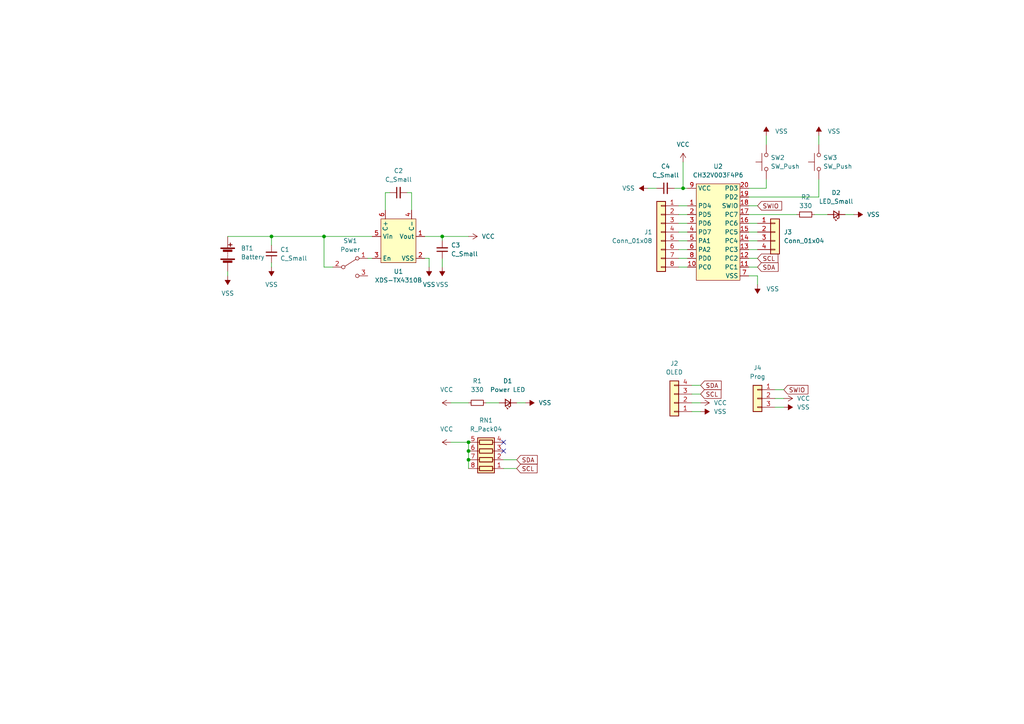
<source format=kicad_sch>
(kicad_sch (version 20211123) (generator eeschema)

  (uuid 4e7decc1-3a9f-4c0d-8891-77a73ac8890d)

  (paper "A4")

  (lib_symbols
    (symbol "Connector_Generic:Conn_01x03" (pin_names (offset 1.016) hide) (in_bom yes) (on_board yes)
      (property "Reference" "J" (id 0) (at 0 5.08 0)
        (effects (font (size 1.27 1.27)))
      )
      (property "Value" "Conn_01x03" (id 1) (at 0 -5.08 0)
        (effects (font (size 1.27 1.27)))
      )
      (property "Footprint" "" (id 2) (at 0 0 0)
        (effects (font (size 1.27 1.27)) hide)
      )
      (property "Datasheet" "~" (id 3) (at 0 0 0)
        (effects (font (size 1.27 1.27)) hide)
      )
      (property "ki_keywords" "connector" (id 4) (at 0 0 0)
        (effects (font (size 1.27 1.27)) hide)
      )
      (property "ki_description" "Generic connector, single row, 01x03, script generated (kicad-library-utils/schlib/autogen/connector/)" (id 5) (at 0 0 0)
        (effects (font (size 1.27 1.27)) hide)
      )
      (property "ki_fp_filters" "Connector*:*_1x??_*" (id 6) (at 0 0 0)
        (effects (font (size 1.27 1.27)) hide)
      )
      (symbol "Conn_01x03_1_1"
        (rectangle (start -1.27 -2.413) (end 0 -2.667)
          (stroke (width 0.1524) (type default) (color 0 0 0 0))
          (fill (type none))
        )
        (rectangle (start -1.27 0.127) (end 0 -0.127)
          (stroke (width 0.1524) (type default) (color 0 0 0 0))
          (fill (type none))
        )
        (rectangle (start -1.27 2.667) (end 0 2.413)
          (stroke (width 0.1524) (type default) (color 0 0 0 0))
          (fill (type none))
        )
        (rectangle (start -1.27 3.81) (end 1.27 -3.81)
          (stroke (width 0.254) (type default) (color 0 0 0 0))
          (fill (type background))
        )
        (pin passive line (at -5.08 2.54 0) (length 3.81)
          (name "Pin_1" (effects (font (size 1.27 1.27))))
          (number "1" (effects (font (size 1.27 1.27))))
        )
        (pin passive line (at -5.08 0 0) (length 3.81)
          (name "Pin_2" (effects (font (size 1.27 1.27))))
          (number "2" (effects (font (size 1.27 1.27))))
        )
        (pin passive line (at -5.08 -2.54 0) (length 3.81)
          (name "Pin_3" (effects (font (size 1.27 1.27))))
          (number "3" (effects (font (size 1.27 1.27))))
        )
      )
    )
    (symbol "Connector_Generic:Conn_01x04" (pin_names (offset 1.016) hide) (in_bom yes) (on_board yes)
      (property "Reference" "J" (id 0) (at 0 5.08 0)
        (effects (font (size 1.27 1.27)))
      )
      (property "Value" "Conn_01x04" (id 1) (at 0 -7.62 0)
        (effects (font (size 1.27 1.27)))
      )
      (property "Footprint" "" (id 2) (at 0 0 0)
        (effects (font (size 1.27 1.27)) hide)
      )
      (property "Datasheet" "~" (id 3) (at 0 0 0)
        (effects (font (size 1.27 1.27)) hide)
      )
      (property "ki_keywords" "connector" (id 4) (at 0 0 0)
        (effects (font (size 1.27 1.27)) hide)
      )
      (property "ki_description" "Generic connector, single row, 01x04, script generated (kicad-library-utils/schlib/autogen/connector/)" (id 5) (at 0 0 0)
        (effects (font (size 1.27 1.27)) hide)
      )
      (property "ki_fp_filters" "Connector*:*_1x??_*" (id 6) (at 0 0 0)
        (effects (font (size 1.27 1.27)) hide)
      )
      (symbol "Conn_01x04_1_1"
        (rectangle (start -1.27 -4.953) (end 0 -5.207)
          (stroke (width 0.1524) (type default) (color 0 0 0 0))
          (fill (type none))
        )
        (rectangle (start -1.27 -2.413) (end 0 -2.667)
          (stroke (width 0.1524) (type default) (color 0 0 0 0))
          (fill (type none))
        )
        (rectangle (start -1.27 0.127) (end 0 -0.127)
          (stroke (width 0.1524) (type default) (color 0 0 0 0))
          (fill (type none))
        )
        (rectangle (start -1.27 2.667) (end 0 2.413)
          (stroke (width 0.1524) (type default) (color 0 0 0 0))
          (fill (type none))
        )
        (rectangle (start -1.27 3.81) (end 1.27 -6.35)
          (stroke (width 0.254) (type default) (color 0 0 0 0))
          (fill (type background))
        )
        (pin passive line (at -5.08 2.54 0) (length 3.81)
          (name "Pin_1" (effects (font (size 1.27 1.27))))
          (number "1" (effects (font (size 1.27 1.27))))
        )
        (pin passive line (at -5.08 0 0) (length 3.81)
          (name "Pin_2" (effects (font (size 1.27 1.27))))
          (number "2" (effects (font (size 1.27 1.27))))
        )
        (pin passive line (at -5.08 -2.54 0) (length 3.81)
          (name "Pin_3" (effects (font (size 1.27 1.27))))
          (number "3" (effects (font (size 1.27 1.27))))
        )
        (pin passive line (at -5.08 -5.08 0) (length 3.81)
          (name "Pin_4" (effects (font (size 1.27 1.27))))
          (number "4" (effects (font (size 1.27 1.27))))
        )
      )
    )
    (symbol "Connector_Generic:Conn_01x08" (pin_names (offset 1.016) hide) (in_bom yes) (on_board yes)
      (property "Reference" "J" (id 0) (at 0 10.16 0)
        (effects (font (size 1.27 1.27)))
      )
      (property "Value" "Conn_01x08" (id 1) (at 0 -12.7 0)
        (effects (font (size 1.27 1.27)))
      )
      (property "Footprint" "" (id 2) (at 0 0 0)
        (effects (font (size 1.27 1.27)) hide)
      )
      (property "Datasheet" "~" (id 3) (at 0 0 0)
        (effects (font (size 1.27 1.27)) hide)
      )
      (property "ki_keywords" "connector" (id 4) (at 0 0 0)
        (effects (font (size 1.27 1.27)) hide)
      )
      (property "ki_description" "Generic connector, single row, 01x08, script generated (kicad-library-utils/schlib/autogen/connector/)" (id 5) (at 0 0 0)
        (effects (font (size 1.27 1.27)) hide)
      )
      (property "ki_fp_filters" "Connector*:*_1x??_*" (id 6) (at 0 0 0)
        (effects (font (size 1.27 1.27)) hide)
      )
      (symbol "Conn_01x08_1_1"
        (rectangle (start -1.27 -10.033) (end 0 -10.287)
          (stroke (width 0.1524) (type default) (color 0 0 0 0))
          (fill (type none))
        )
        (rectangle (start -1.27 -7.493) (end 0 -7.747)
          (stroke (width 0.1524) (type default) (color 0 0 0 0))
          (fill (type none))
        )
        (rectangle (start -1.27 -4.953) (end 0 -5.207)
          (stroke (width 0.1524) (type default) (color 0 0 0 0))
          (fill (type none))
        )
        (rectangle (start -1.27 -2.413) (end 0 -2.667)
          (stroke (width 0.1524) (type default) (color 0 0 0 0))
          (fill (type none))
        )
        (rectangle (start -1.27 0.127) (end 0 -0.127)
          (stroke (width 0.1524) (type default) (color 0 0 0 0))
          (fill (type none))
        )
        (rectangle (start -1.27 2.667) (end 0 2.413)
          (stroke (width 0.1524) (type default) (color 0 0 0 0))
          (fill (type none))
        )
        (rectangle (start -1.27 5.207) (end 0 4.953)
          (stroke (width 0.1524) (type default) (color 0 0 0 0))
          (fill (type none))
        )
        (rectangle (start -1.27 7.747) (end 0 7.493)
          (stroke (width 0.1524) (type default) (color 0 0 0 0))
          (fill (type none))
        )
        (rectangle (start -1.27 8.89) (end 1.27 -11.43)
          (stroke (width 0.254) (type default) (color 0 0 0 0))
          (fill (type background))
        )
        (pin passive line (at -5.08 7.62 0) (length 3.81)
          (name "Pin_1" (effects (font (size 1.27 1.27))))
          (number "1" (effects (font (size 1.27 1.27))))
        )
        (pin passive line (at -5.08 5.08 0) (length 3.81)
          (name "Pin_2" (effects (font (size 1.27 1.27))))
          (number "2" (effects (font (size 1.27 1.27))))
        )
        (pin passive line (at -5.08 2.54 0) (length 3.81)
          (name "Pin_3" (effects (font (size 1.27 1.27))))
          (number "3" (effects (font (size 1.27 1.27))))
        )
        (pin passive line (at -5.08 0 0) (length 3.81)
          (name "Pin_4" (effects (font (size 1.27 1.27))))
          (number "4" (effects (font (size 1.27 1.27))))
        )
        (pin passive line (at -5.08 -2.54 0) (length 3.81)
          (name "Pin_5" (effects (font (size 1.27 1.27))))
          (number "5" (effects (font (size 1.27 1.27))))
        )
        (pin passive line (at -5.08 -5.08 0) (length 3.81)
          (name "Pin_6" (effects (font (size 1.27 1.27))))
          (number "6" (effects (font (size 1.27 1.27))))
        )
        (pin passive line (at -5.08 -7.62 0) (length 3.81)
          (name "Pin_7" (effects (font (size 1.27 1.27))))
          (number "7" (effects (font (size 1.27 1.27))))
        )
        (pin passive line (at -5.08 -10.16 0) (length 3.81)
          (name "Pin_8" (effects (font (size 1.27 1.27))))
          (number "8" (effects (font (size 1.27 1.27))))
        )
      )
    )
    (symbol "Device:Battery" (pin_numbers hide) (pin_names (offset 0) hide) (in_bom yes) (on_board yes)
      (property "Reference" "BT" (id 0) (at 2.54 2.54 0)
        (effects (font (size 1.27 1.27)) (justify left))
      )
      (property "Value" "Battery" (id 1) (at 2.54 0 0)
        (effects (font (size 1.27 1.27)) (justify left))
      )
      (property "Footprint" "" (id 2) (at 0 1.524 90)
        (effects (font (size 1.27 1.27)) hide)
      )
      (property "Datasheet" "~" (id 3) (at 0 1.524 90)
        (effects (font (size 1.27 1.27)) hide)
      )
      (property "ki_keywords" "batt voltage-source cell" (id 4) (at 0 0 0)
        (effects (font (size 1.27 1.27)) hide)
      )
      (property "ki_description" "Multiple-cell battery" (id 5) (at 0 0 0)
        (effects (font (size 1.27 1.27)) hide)
      )
      (symbol "Battery_0_1"
        (rectangle (start -2.032 -1.397) (end 2.032 -1.651)
          (stroke (width 0) (type default) (color 0 0 0 0))
          (fill (type outline))
        )
        (rectangle (start -2.032 1.778) (end 2.032 1.524)
          (stroke (width 0) (type default) (color 0 0 0 0))
          (fill (type outline))
        )
        (rectangle (start -1.3208 -1.9812) (end 1.27 -2.4892)
          (stroke (width 0) (type default) (color 0 0 0 0))
          (fill (type outline))
        )
        (rectangle (start -1.3208 1.1938) (end 1.27 0.6858)
          (stroke (width 0) (type default) (color 0 0 0 0))
          (fill (type outline))
        )
        (polyline
          (pts
            (xy 0 -1.524)
            (xy 0 -1.27)
          )
          (stroke (width 0) (type default) (color 0 0 0 0))
          (fill (type none))
        )
        (polyline
          (pts
            (xy 0 -1.016)
            (xy 0 -0.762)
          )
          (stroke (width 0) (type default) (color 0 0 0 0))
          (fill (type none))
        )
        (polyline
          (pts
            (xy 0 -0.508)
            (xy 0 -0.254)
          )
          (stroke (width 0) (type default) (color 0 0 0 0))
          (fill (type none))
        )
        (polyline
          (pts
            (xy 0 0)
            (xy 0 0.254)
          )
          (stroke (width 0) (type default) (color 0 0 0 0))
          (fill (type none))
        )
        (polyline
          (pts
            (xy 0 0.508)
            (xy 0 0.762)
          )
          (stroke (width 0) (type default) (color 0 0 0 0))
          (fill (type none))
        )
        (polyline
          (pts
            (xy 0 1.778)
            (xy 0 2.54)
          )
          (stroke (width 0) (type default) (color 0 0 0 0))
          (fill (type none))
        )
        (polyline
          (pts
            (xy 0.254 2.667)
            (xy 1.27 2.667)
          )
          (stroke (width 0.254) (type default) (color 0 0 0 0))
          (fill (type none))
        )
        (polyline
          (pts
            (xy 0.762 3.175)
            (xy 0.762 2.159)
          )
          (stroke (width 0.254) (type default) (color 0 0 0 0))
          (fill (type none))
        )
      )
      (symbol "Battery_1_1"
        (pin passive line (at 0 5.08 270) (length 2.54)
          (name "+" (effects (font (size 1.27 1.27))))
          (number "1" (effects (font (size 1.27 1.27))))
        )
        (pin passive line (at 0 -5.08 90) (length 2.54)
          (name "-" (effects (font (size 1.27 1.27))))
          (number "2" (effects (font (size 1.27 1.27))))
        )
      )
    )
    (symbol "Device:C_Small" (pin_numbers hide) (pin_names (offset 0.254) hide) (in_bom yes) (on_board yes)
      (property "Reference" "C" (id 0) (at 0.254 1.778 0)
        (effects (font (size 1.27 1.27)) (justify left))
      )
      (property "Value" "C_Small" (id 1) (at 0.254 -2.032 0)
        (effects (font (size 1.27 1.27)) (justify left))
      )
      (property "Footprint" "" (id 2) (at 0 0 0)
        (effects (font (size 1.27 1.27)) hide)
      )
      (property "Datasheet" "~" (id 3) (at 0 0 0)
        (effects (font (size 1.27 1.27)) hide)
      )
      (property "ki_keywords" "capacitor cap" (id 4) (at 0 0 0)
        (effects (font (size 1.27 1.27)) hide)
      )
      (property "ki_description" "Unpolarized capacitor, small symbol" (id 5) (at 0 0 0)
        (effects (font (size 1.27 1.27)) hide)
      )
      (property "ki_fp_filters" "C_*" (id 6) (at 0 0 0)
        (effects (font (size 1.27 1.27)) hide)
      )
      (symbol "C_Small_0_1"
        (polyline
          (pts
            (xy -1.524 -0.508)
            (xy 1.524 -0.508)
          )
          (stroke (width 0.3302) (type default) (color 0 0 0 0))
          (fill (type none))
        )
        (polyline
          (pts
            (xy -1.524 0.508)
            (xy 1.524 0.508)
          )
          (stroke (width 0.3048) (type default) (color 0 0 0 0))
          (fill (type none))
        )
      )
      (symbol "C_Small_1_1"
        (pin passive line (at 0 2.54 270) (length 2.032)
          (name "~" (effects (font (size 1.27 1.27))))
          (number "1" (effects (font (size 1.27 1.27))))
        )
        (pin passive line (at 0 -2.54 90) (length 2.032)
          (name "~" (effects (font (size 1.27 1.27))))
          (number "2" (effects (font (size 1.27 1.27))))
        )
      )
    )
    (symbol "Device:LED_Small" (pin_numbers hide) (pin_names (offset 0.254) hide) (in_bom yes) (on_board yes)
      (property "Reference" "D" (id 0) (at -1.27 3.175 0)
        (effects (font (size 1.27 1.27)) (justify left))
      )
      (property "Value" "LED_Small" (id 1) (at -4.445 -2.54 0)
        (effects (font (size 1.27 1.27)) (justify left))
      )
      (property "Footprint" "" (id 2) (at 0 0 90)
        (effects (font (size 1.27 1.27)) hide)
      )
      (property "Datasheet" "~" (id 3) (at 0 0 90)
        (effects (font (size 1.27 1.27)) hide)
      )
      (property "ki_keywords" "LED diode light-emitting-diode" (id 4) (at 0 0 0)
        (effects (font (size 1.27 1.27)) hide)
      )
      (property "ki_description" "Light emitting diode, small symbol" (id 5) (at 0 0 0)
        (effects (font (size 1.27 1.27)) hide)
      )
      (property "ki_fp_filters" "LED* LED_SMD:* LED_THT:*" (id 6) (at 0 0 0)
        (effects (font (size 1.27 1.27)) hide)
      )
      (symbol "LED_Small_0_1"
        (polyline
          (pts
            (xy -0.762 -1.016)
            (xy -0.762 1.016)
          )
          (stroke (width 0.254) (type default) (color 0 0 0 0))
          (fill (type none))
        )
        (polyline
          (pts
            (xy 1.016 0)
            (xy -0.762 0)
          )
          (stroke (width 0) (type default) (color 0 0 0 0))
          (fill (type none))
        )
        (polyline
          (pts
            (xy 0.762 -1.016)
            (xy -0.762 0)
            (xy 0.762 1.016)
            (xy 0.762 -1.016)
          )
          (stroke (width 0.254) (type default) (color 0 0 0 0))
          (fill (type none))
        )
        (polyline
          (pts
            (xy 0 0.762)
            (xy -0.508 1.27)
            (xy -0.254 1.27)
            (xy -0.508 1.27)
            (xy -0.508 1.016)
          )
          (stroke (width 0) (type default) (color 0 0 0 0))
          (fill (type none))
        )
        (polyline
          (pts
            (xy 0.508 1.27)
            (xy 0 1.778)
            (xy 0.254 1.778)
            (xy 0 1.778)
            (xy 0 1.524)
          )
          (stroke (width 0) (type default) (color 0 0 0 0))
          (fill (type none))
        )
      )
      (symbol "LED_Small_1_1"
        (pin passive line (at -2.54 0 0) (length 1.778)
          (name "K" (effects (font (size 1.27 1.27))))
          (number "1" (effects (font (size 1.27 1.27))))
        )
        (pin passive line (at 2.54 0 180) (length 1.778)
          (name "A" (effects (font (size 1.27 1.27))))
          (number "2" (effects (font (size 1.27 1.27))))
        )
      )
    )
    (symbol "Device:R_Pack04" (pin_names (offset 0) hide) (in_bom yes) (on_board yes)
      (property "Reference" "RN" (id 0) (at -7.62 0 90)
        (effects (font (size 1.27 1.27)))
      )
      (property "Value" "R_Pack04" (id 1) (at 5.08 0 90)
        (effects (font (size 1.27 1.27)))
      )
      (property "Footprint" "" (id 2) (at 6.985 0 90)
        (effects (font (size 1.27 1.27)) hide)
      )
      (property "Datasheet" "~" (id 3) (at 0 0 0)
        (effects (font (size 1.27 1.27)) hide)
      )
      (property "ki_keywords" "R network parallel topology isolated" (id 4) (at 0 0 0)
        (effects (font (size 1.27 1.27)) hide)
      )
      (property "ki_description" "4 resistor network, parallel topology" (id 5) (at 0 0 0)
        (effects (font (size 1.27 1.27)) hide)
      )
      (property "ki_fp_filters" "DIP* SOIC* R*Array*Concave* R*Array*Convex*" (id 6) (at 0 0 0)
        (effects (font (size 1.27 1.27)) hide)
      )
      (symbol "R_Pack04_0_1"
        (rectangle (start -6.35 -2.413) (end 3.81 2.413)
          (stroke (width 0.254) (type default) (color 0 0 0 0))
          (fill (type background))
        )
        (rectangle (start -5.715 1.905) (end -4.445 -1.905)
          (stroke (width 0.254) (type default) (color 0 0 0 0))
          (fill (type none))
        )
        (rectangle (start -3.175 1.905) (end -1.905 -1.905)
          (stroke (width 0.254) (type default) (color 0 0 0 0))
          (fill (type none))
        )
        (rectangle (start -0.635 1.905) (end 0.635 -1.905)
          (stroke (width 0.254) (type default) (color 0 0 0 0))
          (fill (type none))
        )
        (polyline
          (pts
            (xy -5.08 -2.54)
            (xy -5.08 -1.905)
          )
          (stroke (width 0) (type default) (color 0 0 0 0))
          (fill (type none))
        )
        (polyline
          (pts
            (xy -5.08 1.905)
            (xy -5.08 2.54)
          )
          (stroke (width 0) (type default) (color 0 0 0 0))
          (fill (type none))
        )
        (polyline
          (pts
            (xy -2.54 -2.54)
            (xy -2.54 -1.905)
          )
          (stroke (width 0) (type default) (color 0 0 0 0))
          (fill (type none))
        )
        (polyline
          (pts
            (xy -2.54 1.905)
            (xy -2.54 2.54)
          )
          (stroke (width 0) (type default) (color 0 0 0 0))
          (fill (type none))
        )
        (polyline
          (pts
            (xy 0 -2.54)
            (xy 0 -1.905)
          )
          (stroke (width 0) (type default) (color 0 0 0 0))
          (fill (type none))
        )
        (polyline
          (pts
            (xy 0 1.905)
            (xy 0 2.54)
          )
          (stroke (width 0) (type default) (color 0 0 0 0))
          (fill (type none))
        )
        (polyline
          (pts
            (xy 2.54 -2.54)
            (xy 2.54 -1.905)
          )
          (stroke (width 0) (type default) (color 0 0 0 0))
          (fill (type none))
        )
        (polyline
          (pts
            (xy 2.54 1.905)
            (xy 2.54 2.54)
          )
          (stroke (width 0) (type default) (color 0 0 0 0))
          (fill (type none))
        )
        (rectangle (start 1.905 1.905) (end 3.175 -1.905)
          (stroke (width 0.254) (type default) (color 0 0 0 0))
          (fill (type none))
        )
      )
      (symbol "R_Pack04_1_1"
        (pin passive line (at -5.08 -5.08 90) (length 2.54)
          (name "R1.1" (effects (font (size 1.27 1.27))))
          (number "1" (effects (font (size 1.27 1.27))))
        )
        (pin passive line (at -2.54 -5.08 90) (length 2.54)
          (name "R2.1" (effects (font (size 1.27 1.27))))
          (number "2" (effects (font (size 1.27 1.27))))
        )
        (pin passive line (at 0 -5.08 90) (length 2.54)
          (name "R3.1" (effects (font (size 1.27 1.27))))
          (number "3" (effects (font (size 1.27 1.27))))
        )
        (pin passive line (at 2.54 -5.08 90) (length 2.54)
          (name "R4.1" (effects (font (size 1.27 1.27))))
          (number "4" (effects (font (size 1.27 1.27))))
        )
        (pin passive line (at 2.54 5.08 270) (length 2.54)
          (name "R4.2" (effects (font (size 1.27 1.27))))
          (number "5" (effects (font (size 1.27 1.27))))
        )
        (pin passive line (at 0 5.08 270) (length 2.54)
          (name "R3.2" (effects (font (size 1.27 1.27))))
          (number "6" (effects (font (size 1.27 1.27))))
        )
        (pin passive line (at -2.54 5.08 270) (length 2.54)
          (name "R2.2" (effects (font (size 1.27 1.27))))
          (number "7" (effects (font (size 1.27 1.27))))
        )
        (pin passive line (at -5.08 5.08 270) (length 2.54)
          (name "R1.2" (effects (font (size 1.27 1.27))))
          (number "8" (effects (font (size 1.27 1.27))))
        )
      )
    )
    (symbol "Device:R_Small" (pin_numbers hide) (pin_names (offset 0.254) hide) (in_bom yes) (on_board yes)
      (property "Reference" "R" (id 0) (at 0.762 0.508 0)
        (effects (font (size 1.27 1.27)) (justify left))
      )
      (property "Value" "R_Small" (id 1) (at 0.762 -1.016 0)
        (effects (font (size 1.27 1.27)) (justify left))
      )
      (property "Footprint" "" (id 2) (at 0 0 0)
        (effects (font (size 1.27 1.27)) hide)
      )
      (property "Datasheet" "~" (id 3) (at 0 0 0)
        (effects (font (size 1.27 1.27)) hide)
      )
      (property "ki_keywords" "R resistor" (id 4) (at 0 0 0)
        (effects (font (size 1.27 1.27)) hide)
      )
      (property "ki_description" "Resistor, small symbol" (id 5) (at 0 0 0)
        (effects (font (size 1.27 1.27)) hide)
      )
      (property "ki_fp_filters" "R_*" (id 6) (at 0 0 0)
        (effects (font (size 1.27 1.27)) hide)
      )
      (symbol "R_Small_0_1"
        (rectangle (start -0.762 1.778) (end 0.762 -1.778)
          (stroke (width 0.2032) (type default) (color 0 0 0 0))
          (fill (type none))
        )
      )
      (symbol "R_Small_1_1"
        (pin passive line (at 0 2.54 270) (length 0.762)
          (name "~" (effects (font (size 1.27 1.27))))
          (number "1" (effects (font (size 1.27 1.27))))
        )
        (pin passive line (at 0 -2.54 90) (length 0.762)
          (name "~" (effects (font (size 1.27 1.27))))
          (number "2" (effects (font (size 1.27 1.27))))
        )
      )
    )
    (symbol "Switch:SW_Push" (pin_numbers hide) (pin_names (offset 1.016) hide) (in_bom yes) (on_board yes)
      (property "Reference" "SW" (id 0) (at 1.27 2.54 0)
        (effects (font (size 1.27 1.27)) (justify left))
      )
      (property "Value" "SW_Push" (id 1) (at 0 -1.524 0)
        (effects (font (size 1.27 1.27)))
      )
      (property "Footprint" "" (id 2) (at 0 5.08 0)
        (effects (font (size 1.27 1.27)) hide)
      )
      (property "Datasheet" "~" (id 3) (at 0 5.08 0)
        (effects (font (size 1.27 1.27)) hide)
      )
      (property "ki_keywords" "switch normally-open pushbutton push-button" (id 4) (at 0 0 0)
        (effects (font (size 1.27 1.27)) hide)
      )
      (property "ki_description" "Push button switch, generic, two pins" (id 5) (at 0 0 0)
        (effects (font (size 1.27 1.27)) hide)
      )
      (symbol "SW_Push_0_1"
        (circle (center -2.032 0) (radius 0.508)
          (stroke (width 0) (type default) (color 0 0 0 0))
          (fill (type none))
        )
        (polyline
          (pts
            (xy 0 1.27)
            (xy 0 3.048)
          )
          (stroke (width 0) (type default) (color 0 0 0 0))
          (fill (type none))
        )
        (polyline
          (pts
            (xy 2.54 1.27)
            (xy -2.54 1.27)
          )
          (stroke (width 0) (type default) (color 0 0 0 0))
          (fill (type none))
        )
        (circle (center 2.032 0) (radius 0.508)
          (stroke (width 0) (type default) (color 0 0 0 0))
          (fill (type none))
        )
        (pin passive line (at -5.08 0 0) (length 2.54)
          (name "1" (effects (font (size 1.27 1.27))))
          (number "1" (effects (font (size 1.27 1.27))))
        )
        (pin passive line (at 5.08 0 180) (length 2.54)
          (name "2" (effects (font (size 1.27 1.27))))
          (number "2" (effects (font (size 1.27 1.27))))
        )
      )
    )
    (symbol "Switch:SW_SPDT" (pin_names (offset 0) hide) (in_bom yes) (on_board yes)
      (property "Reference" "SW" (id 0) (at 0 4.318 0)
        (effects (font (size 1.27 1.27)))
      )
      (property "Value" "SW_SPDT" (id 1) (at 0 -5.08 0)
        (effects (font (size 1.27 1.27)))
      )
      (property "Footprint" "" (id 2) (at 0 0 0)
        (effects (font (size 1.27 1.27)) hide)
      )
      (property "Datasheet" "~" (id 3) (at 0 0 0)
        (effects (font (size 1.27 1.27)) hide)
      )
      (property "ki_keywords" "switch single-pole double-throw spdt ON-ON" (id 4) (at 0 0 0)
        (effects (font (size 1.27 1.27)) hide)
      )
      (property "ki_description" "Switch, single pole double throw" (id 5) (at 0 0 0)
        (effects (font (size 1.27 1.27)) hide)
      )
      (symbol "SW_SPDT_0_0"
        (circle (center -2.032 0) (radius 0.508)
          (stroke (width 0) (type default) (color 0 0 0 0))
          (fill (type none))
        )
        (circle (center 2.032 -2.54) (radius 0.508)
          (stroke (width 0) (type default) (color 0 0 0 0))
          (fill (type none))
        )
      )
      (symbol "SW_SPDT_0_1"
        (polyline
          (pts
            (xy -1.524 0.254)
            (xy 1.651 2.286)
          )
          (stroke (width 0) (type default) (color 0 0 0 0))
          (fill (type none))
        )
        (circle (center 2.032 2.54) (radius 0.508)
          (stroke (width 0) (type default) (color 0 0 0 0))
          (fill (type none))
        )
      )
      (symbol "SW_SPDT_1_1"
        (pin passive line (at 5.08 2.54 180) (length 2.54)
          (name "A" (effects (font (size 1.27 1.27))))
          (number "1" (effects (font (size 1.27 1.27))))
        )
        (pin passive line (at -5.08 0 0) (length 2.54)
          (name "B" (effects (font (size 1.27 1.27))))
          (number "2" (effects (font (size 1.27 1.27))))
        )
        (pin passive line (at 5.08 -2.54 180) (length 2.54)
          (name "C" (effects (font (size 1.27 1.27))))
          (number "3" (effects (font (size 1.27 1.27))))
        )
      )
    )
    (symbol "WCH:CH32V003F4P6" (in_bom yes) (on_board yes)
      (property "Reference" "U" (id 0) (at 5.08 -24.13 0)
        (effects (font (size 1.27 1.27)))
      )
      (property "Value" "CH32V003F4P6" (id 1) (at 0 6.35 0)
        (effects (font (size 1.27 1.27)))
      )
      (property "Footprint" "" (id 2) (at 0 0 0)
        (effects (font (size 1.27 1.27)) hide)
      )
      (property "Datasheet" "" (id 3) (at 0 0 0)
        (effects (font (size 1.27 1.27)) hide)
      )
      (symbol "CH32V003F4P6_0_1"
        (rectangle (start -6.35 5.08) (end 6.35 -22.86)
          (stroke (width 0.1524) (type default) (color 0 0 0 0))
          (fill (type background))
        )
      )
      (symbol "CH32V003F4P6_1_1"
        (pin input line (at -8.89 -1.27 0) (length 2.54)
          (name "PD4" (effects (font (size 1.27 1.27))))
          (number "1" (effects (font (size 1.27 1.27))))
        )
        (pin input line (at -8.89 -19.05 0) (length 2.54)
          (name "PC0" (effects (font (size 1.27 1.27))))
          (number "10" (effects (font (size 1.27 1.27))))
        )
        (pin input line (at 8.89 -19.05 180) (length 2.54)
          (name "PC1" (effects (font (size 1.27 1.27))))
          (number "11" (effects (font (size 1.27 1.27))))
        )
        (pin input line (at 8.89 -16.51 180) (length 2.54)
          (name "PC2" (effects (font (size 1.27 1.27))))
          (number "12" (effects (font (size 1.27 1.27))))
        )
        (pin input line (at 8.89 -13.97 180) (length 2.54)
          (name "PC3" (effects (font (size 1.27 1.27))))
          (number "13" (effects (font (size 1.27 1.27))))
        )
        (pin input line (at 8.89 -11.43 180) (length 2.54)
          (name "PC4" (effects (font (size 1.27 1.27))))
          (number "14" (effects (font (size 1.27 1.27))))
        )
        (pin input line (at 8.89 -8.89 180) (length 2.54)
          (name "PC5" (effects (font (size 1.27 1.27))))
          (number "15" (effects (font (size 1.27 1.27))))
        )
        (pin input line (at 8.89 -6.35 180) (length 2.54)
          (name "PC6" (effects (font (size 1.27 1.27))))
          (number "16" (effects (font (size 1.27 1.27))))
        )
        (pin input line (at 8.89 -3.81 180) (length 2.54)
          (name "PC7" (effects (font (size 1.27 1.27))))
          (number "17" (effects (font (size 1.27 1.27))))
        )
        (pin input line (at 8.89 -1.27 180) (length 2.54)
          (name "SWIO" (effects (font (size 1.27 1.27))))
          (number "18" (effects (font (size 1.27 1.27))))
        )
        (pin input line (at 8.89 1.27 180) (length 2.54)
          (name "PD2" (effects (font (size 1.27 1.27))))
          (number "19" (effects (font (size 1.27 1.27))))
        )
        (pin input line (at -8.89 -3.81 0) (length 2.54)
          (name "PD5" (effects (font (size 1.27 1.27))))
          (number "2" (effects (font (size 1.27 1.27))))
        )
        (pin input line (at 8.89 3.81 180) (length 2.54)
          (name "PD3" (effects (font (size 1.27 1.27))))
          (number "20" (effects (font (size 1.27 1.27))))
        )
        (pin input line (at -8.89 -6.35 0) (length 2.54)
          (name "PD6" (effects (font (size 1.27 1.27))))
          (number "3" (effects (font (size 1.27 1.27))))
        )
        (pin input line (at -8.89 -8.89 0) (length 2.54)
          (name "PD7" (effects (font (size 1.27 1.27))))
          (number "4" (effects (font (size 1.27 1.27))))
        )
        (pin input line (at -8.89 -11.43 0) (length 2.54)
          (name "PA1" (effects (font (size 1.27 1.27))))
          (number "5" (effects (font (size 1.27 1.27))))
        )
        (pin input line (at -8.89 -13.97 0) (length 2.54)
          (name "PA2" (effects (font (size 1.27 1.27))))
          (number "6" (effects (font (size 1.27 1.27))))
        )
        (pin input line (at 8.89 -21.59 180) (length 2.54)
          (name "VSS" (effects (font (size 1.27 1.27))))
          (number "7" (effects (font (size 1.27 1.27))))
        )
        (pin input line (at -8.89 -16.51 0) (length 2.54)
          (name "PD0" (effects (font (size 1.27 1.27))))
          (number "8" (effects (font (size 1.27 1.27))))
        )
        (pin input line (at -8.89 3.81 0) (length 2.54)
          (name "VCC" (effects (font (size 1.27 1.27))))
          (number "9" (effects (font (size 1.27 1.27))))
        )
      )
    )
    (symbol "WCH:XDS-TX4310B" (in_bom yes) (on_board yes)
      (property "Reference" "U" (id 0) (at 6.35 -6.35 0)
        (effects (font (size 1.27 1.27)))
      )
      (property "Value" "XDS-TX4310B" (id 1) (at -2.54 -6.35 0)
        (effects (font (size 1.27 1.27)))
      )
      (property "Footprint" "" (id 2) (at 0 0 0)
        (effects (font (size 1.27 1.27)) hide)
      )
      (property "Datasheet" "" (id 3) (at 0 0 0)
        (effects (font (size 1.27 1.27)) hide)
      )
      (symbol "XDS-TX4310B_0_1"
        (rectangle (start -5.08 7.62) (end 5.08 -5.08)
          (stroke (width 0) (type default) (color 0 0 0 0))
          (fill (type background))
        )
      )
      (symbol "XDS-TX4310B_1_1"
        (pin input line (at 7.62 2.54 180) (length 2.54)
          (name "Vout" (effects (font (size 1.27 1.27))))
          (number "1" (effects (font (size 1.27 1.27))))
        )
        (pin input line (at 7.62 -3.81 180) (length 2.54)
          (name "VSS" (effects (font (size 1.27 1.27))))
          (number "2" (effects (font (size 1.27 1.27))))
        )
        (pin input line (at -7.62 -3.81 0) (length 2.54)
          (name "En" (effects (font (size 1.27 1.27))))
          (number "3" (effects (font (size 1.27 1.27))))
        )
        (pin input line (at 3.81 10.16 270) (length 2.54)
          (name "C-" (effects (font (size 1.27 1.27))))
          (number "4" (effects (font (size 1.27 1.27))))
        )
        (pin input line (at -7.62 2.54 0) (length 2.54)
          (name "Vin" (effects (font (size 1.27 1.27))))
          (number "5" (effects (font (size 1.27 1.27))))
        )
        (pin input line (at -3.81 10.16 270) (length 2.54)
          (name "C+" (effects (font (size 1.27 1.27))))
          (number "6" (effects (font (size 1.27 1.27))))
        )
      )
    )
    (symbol "power:VCC" (power) (pin_names (offset 0)) (in_bom yes) (on_board yes)
      (property "Reference" "#PWR" (id 0) (at 0 -3.81 0)
        (effects (font (size 1.27 1.27)) hide)
      )
      (property "Value" "VCC" (id 1) (at 0 3.81 0)
        (effects (font (size 1.27 1.27)))
      )
      (property "Footprint" "" (id 2) (at 0 0 0)
        (effects (font (size 1.27 1.27)) hide)
      )
      (property "Datasheet" "" (id 3) (at 0 0 0)
        (effects (font (size 1.27 1.27)) hide)
      )
      (property "ki_keywords" "global power" (id 4) (at 0 0 0)
        (effects (font (size 1.27 1.27)) hide)
      )
      (property "ki_description" "Power symbol creates a global label with name \"VCC\"" (id 5) (at 0 0 0)
        (effects (font (size 1.27 1.27)) hide)
      )
      (symbol "VCC_0_1"
        (polyline
          (pts
            (xy -0.762 1.27)
            (xy 0 2.54)
          )
          (stroke (width 0) (type default) (color 0 0 0 0))
          (fill (type none))
        )
        (polyline
          (pts
            (xy 0 0)
            (xy 0 2.54)
          )
          (stroke (width 0) (type default) (color 0 0 0 0))
          (fill (type none))
        )
        (polyline
          (pts
            (xy 0 2.54)
            (xy 0.762 1.27)
          )
          (stroke (width 0) (type default) (color 0 0 0 0))
          (fill (type none))
        )
      )
      (symbol "VCC_1_1"
        (pin power_in line (at 0 0 90) (length 0) hide
          (name "VCC" (effects (font (size 1.27 1.27))))
          (number "1" (effects (font (size 1.27 1.27))))
        )
      )
    )
    (symbol "power:VSS" (power) (pin_names (offset 0)) (in_bom yes) (on_board yes)
      (property "Reference" "#PWR" (id 0) (at 0 -3.81 0)
        (effects (font (size 1.27 1.27)) hide)
      )
      (property "Value" "VSS" (id 1) (at 0 3.81 0)
        (effects (font (size 1.27 1.27)))
      )
      (property "Footprint" "" (id 2) (at 0 0 0)
        (effects (font (size 1.27 1.27)) hide)
      )
      (property "Datasheet" "" (id 3) (at 0 0 0)
        (effects (font (size 1.27 1.27)) hide)
      )
      (property "ki_keywords" "global power" (id 4) (at 0 0 0)
        (effects (font (size 1.27 1.27)) hide)
      )
      (property "ki_description" "Power symbol creates a global label with name \"VSS\"" (id 5) (at 0 0 0)
        (effects (font (size 1.27 1.27)) hide)
      )
      (symbol "VSS_0_1"
        (polyline
          (pts
            (xy 0 0)
            (xy 0 2.54)
          )
          (stroke (width 0) (type default) (color 0 0 0 0))
          (fill (type none))
        )
        (polyline
          (pts
            (xy 0.762 1.27)
            (xy -0.762 1.27)
            (xy 0 2.54)
            (xy 0.762 1.27)
          )
          (stroke (width 0) (type default) (color 0 0 0 0))
          (fill (type outline))
        )
      )
      (symbol "VSS_1_1"
        (pin power_in line (at 0 0 90) (length 0) hide
          (name "VSS" (effects (font (size 1.27 1.27))))
          (number "1" (effects (font (size 1.27 1.27))))
        )
      )
    )
  )

  (junction (at 93.98 68.58) (diameter 0) (color 0 0 0 0)
    (uuid 043e646f-4adc-47db-9ae9-6f1f7466bb7a)
  )
  (junction (at 78.74 68.58) (diameter 0) (color 0 0 0 0)
    (uuid 1211365a-2b67-4530-8a30-f761ff9fffbf)
  )
  (junction (at 135.89 130.81) (diameter 0) (color 0 0 0 0)
    (uuid 379569a9-d676-4f39-84ee-dbf8956510b8)
  )
  (junction (at 198.12 54.61) (diameter 0) (color 0 0 0 0)
    (uuid 38d87e66-5ee5-4fab-a3b1-3b040539b99c)
  )
  (junction (at 135.89 133.35) (diameter 0) (color 0 0 0 0)
    (uuid 5bfc8ca8-3b79-4ec9-acbb-d2ea48440208)
  )
  (junction (at 135.89 128.27) (diameter 0) (color 0 0 0 0)
    (uuid a835439c-f732-42ff-af2e-46dc18fd2cb0)
  )
  (junction (at 128.27 68.58) (diameter 0) (color 0 0 0 0)
    (uuid ed24a582-6823-4ca8-ba7b-611364bd8d94)
  )

  (no_connect (at 146.05 130.81) (uuid b9a6c9c8-7e0c-479f-8d04-184e7a3f191a))
  (no_connect (at 146.05 128.27) (uuid f870616b-0543-471f-828e-9514e93514d2))

  (wire (pts (xy 66.04 68.58) (xy 78.74 68.58))
    (stroke (width 0) (type default) (color 0 0 0 0))
    (uuid 004188eb-d658-4629-83e7-f9972a0ec685)
  )
  (wire (pts (xy 135.89 130.81) (xy 135.89 133.35))
    (stroke (width 0) (type default) (color 0 0 0 0))
    (uuid 02751162-f588-4265-943e-6f8c4a9528ae)
  )
  (wire (pts (xy 196.85 77.47) (xy 199.39 77.47))
    (stroke (width 0) (type default) (color 0 0 0 0))
    (uuid 047bc18e-735f-418f-af61-b1a08f79e1be)
  )
  (wire (pts (xy 224.79 113.03) (xy 227.33 113.03))
    (stroke (width 0) (type default) (color 0 0 0 0))
    (uuid 05c5d4e7-1aaf-4be4-bbe0-b0839777834b)
  )
  (wire (pts (xy 93.98 68.58) (xy 107.95 68.58))
    (stroke (width 0) (type default) (color 0 0 0 0))
    (uuid 14725352-ae83-478b-a7a9-1595651870d0)
  )
  (wire (pts (xy 217.17 74.93) (xy 219.71 74.93))
    (stroke (width 0) (type default) (color 0 0 0 0))
    (uuid 17118cd0-ee71-4236-952e-92dbc9a2eaf0)
  )
  (wire (pts (xy 200.66 111.76) (xy 203.2 111.76))
    (stroke (width 0) (type default) (color 0 0 0 0))
    (uuid 1c2014e4-f821-4b24-932d-a6983ede0f7f)
  )
  (wire (pts (xy 123.19 74.93) (xy 124.46 74.93))
    (stroke (width 0) (type default) (color 0 0 0 0))
    (uuid 253d51ee-497f-4616-8628-c786bac6560c)
  )
  (wire (pts (xy 118.11 55.88) (xy 119.38 55.88))
    (stroke (width 0) (type default) (color 0 0 0 0))
    (uuid 26d99cd5-85ba-4760-adb0-4643a0bea410)
  )
  (wire (pts (xy 149.86 116.84) (xy 152.4 116.84))
    (stroke (width 0) (type default) (color 0 0 0 0))
    (uuid 3037b1b0-f856-4800-bf6e-f68aae4b5e23)
  )
  (wire (pts (xy 135.89 133.35) (xy 135.89 135.89))
    (stroke (width 0) (type default) (color 0 0 0 0))
    (uuid 34e912ac-00d7-4946-8a0f-6b8615b69650)
  )
  (wire (pts (xy 217.17 67.31) (xy 219.71 67.31))
    (stroke (width 0) (type default) (color 0 0 0 0))
    (uuid 373f856a-6eef-4634-af74-7cd68e515d99)
  )
  (wire (pts (xy 196.85 67.31) (xy 199.39 67.31))
    (stroke (width 0) (type default) (color 0 0 0 0))
    (uuid 4d300404-ebf8-47c8-99ee-22505fac20d1)
  )
  (wire (pts (xy 217.17 64.77) (xy 219.71 64.77))
    (stroke (width 0) (type default) (color 0 0 0 0))
    (uuid 514832e8-37b6-4081-9821-a266793b6091)
  )
  (wire (pts (xy 96.52 77.47) (xy 93.98 77.47))
    (stroke (width 0) (type default) (color 0 0 0 0))
    (uuid 51fb0ea6-4c33-47a1-957c-95e5f177efcc)
  )
  (wire (pts (xy 107.95 74.93) (xy 106.68 74.93))
    (stroke (width 0) (type default) (color 0 0 0 0))
    (uuid 526b27aa-f271-4091-8fa4-f0cefc4a8ff8)
  )
  (wire (pts (xy 217.17 57.15) (xy 237.49 57.15))
    (stroke (width 0) (type default) (color 0 0 0 0))
    (uuid 535df353-e9af-4ac4-9fec-2a2c61433ce5)
  )
  (wire (pts (xy 217.17 59.69) (xy 219.71 59.69))
    (stroke (width 0) (type default) (color 0 0 0 0))
    (uuid 554b9179-28b8-46b7-823c-ee39a1108ea8)
  )
  (wire (pts (xy 196.85 64.77) (xy 199.39 64.77))
    (stroke (width 0) (type default) (color 0 0 0 0))
    (uuid 574cf35a-d84c-4038-b610-56e8db4c30e9)
  )
  (wire (pts (xy 78.74 68.58) (xy 78.74 71.12))
    (stroke (width 0) (type default) (color 0 0 0 0))
    (uuid 5d096d26-c3cc-4e79-bbd3-68845d587d5a)
  )
  (wire (pts (xy 130.81 116.84) (xy 135.89 116.84))
    (stroke (width 0) (type default) (color 0 0 0 0))
    (uuid 601e5d91-244c-4538-ab14-288e10c5d0ca)
  )
  (wire (pts (xy 200.66 116.84) (xy 203.2 116.84))
    (stroke (width 0) (type default) (color 0 0 0 0))
    (uuid 69d71b23-fcdc-4b6c-bf46-6e303bc4aa47)
  )
  (wire (pts (xy 219.71 80.01) (xy 217.17 80.01))
    (stroke (width 0) (type default) (color 0 0 0 0))
    (uuid 6bc493a2-bc4c-4056-b0f3-29a02fa3f27f)
  )
  (wire (pts (xy 200.66 114.3) (xy 203.2 114.3))
    (stroke (width 0) (type default) (color 0 0 0 0))
    (uuid 704e7956-79b6-480c-b669-ed69438bada8)
  )
  (wire (pts (xy 123.19 68.58) (xy 128.27 68.58))
    (stroke (width 0) (type default) (color 0 0 0 0))
    (uuid 708aa4a8-99dc-4703-a427-c7a14c160e8b)
  )
  (wire (pts (xy 236.22 62.23) (xy 240.03 62.23))
    (stroke (width 0) (type default) (color 0 0 0 0))
    (uuid 7144ef29-5789-4247-95e4-446462271fdc)
  )
  (wire (pts (xy 140.97 116.84) (xy 144.78 116.84))
    (stroke (width 0) (type default) (color 0 0 0 0))
    (uuid 78696ed8-d064-4580-bde3-a17732503c54)
  )
  (wire (pts (xy 146.05 133.35) (xy 149.86 133.35))
    (stroke (width 0) (type default) (color 0 0 0 0))
    (uuid 7b1d98b9-fa87-42e7-aa87-7afd547979f9)
  )
  (wire (pts (xy 198.12 54.61) (xy 199.39 54.61))
    (stroke (width 0) (type default) (color 0 0 0 0))
    (uuid 7f52d436-d5d9-4745-9adc-ffe217c9a3b1)
  )
  (wire (pts (xy 200.66 119.38) (xy 203.2 119.38))
    (stroke (width 0) (type default) (color 0 0 0 0))
    (uuid 88210006-f02b-4a69-8638-a7be32ceff52)
  )
  (wire (pts (xy 222.25 54.61) (xy 222.25 52.07))
    (stroke (width 0) (type default) (color 0 0 0 0))
    (uuid 894efa46-93ff-48fd-bd4d-ed7483639f70)
  )
  (wire (pts (xy 217.17 62.23) (xy 231.14 62.23))
    (stroke (width 0) (type default) (color 0 0 0 0))
    (uuid 89911d9e-599a-405e-a55a-cb577068af08)
  )
  (wire (pts (xy 128.27 68.58) (xy 135.89 68.58))
    (stroke (width 0) (type default) (color 0 0 0 0))
    (uuid 8d9e6e3f-1061-48fd-8b42-0e229f3e4e1d)
  )
  (wire (pts (xy 196.85 74.93) (xy 199.39 74.93))
    (stroke (width 0) (type default) (color 0 0 0 0))
    (uuid 94e4aa99-a2ce-462e-b490-2335649b6582)
  )
  (wire (pts (xy 119.38 55.88) (xy 119.38 60.96))
    (stroke (width 0) (type default) (color 0 0 0 0))
    (uuid 994e0415-ad46-44b0-b759-59604b058810)
  )
  (wire (pts (xy 66.04 78.74) (xy 66.04 80.01))
    (stroke (width 0) (type default) (color 0 0 0 0))
    (uuid 99c21ba5-058c-4c37-9da4-acb9a89b8356)
  )
  (wire (pts (xy 245.11 62.23) (xy 247.65 62.23))
    (stroke (width 0) (type default) (color 0 0 0 0))
    (uuid 9c457b84-8b8a-4184-b67d-791d5e45f3e5)
  )
  (wire (pts (xy 224.79 115.57) (xy 227.33 115.57))
    (stroke (width 0) (type default) (color 0 0 0 0))
    (uuid a127307a-1446-4f09-bd7d-35a883713efd)
  )
  (wire (pts (xy 113.03 55.88) (xy 111.76 55.88))
    (stroke (width 0) (type default) (color 0 0 0 0))
    (uuid b1601832-bde8-4067-bfd9-c49f7f08a7ea)
  )
  (wire (pts (xy 130.81 128.27) (xy 135.89 128.27))
    (stroke (width 0) (type default) (color 0 0 0 0))
    (uuid b9063e30-cc10-489d-914e-2b164db73aca)
  )
  (wire (pts (xy 198.12 46.99) (xy 198.12 54.61))
    (stroke (width 0) (type default) (color 0 0 0 0))
    (uuid b999d6cc-2cb9-44b3-a219-2678cd54f48c)
  )
  (wire (pts (xy 135.89 128.27) (xy 135.89 130.81))
    (stroke (width 0) (type default) (color 0 0 0 0))
    (uuid bcc95dc9-ea08-40b8-bbda-745487193cc9)
  )
  (wire (pts (xy 195.58 54.61) (xy 198.12 54.61))
    (stroke (width 0) (type default) (color 0 0 0 0))
    (uuid c0160748-c51d-43cf-8319-49e4e8ef449b)
  )
  (wire (pts (xy 111.76 55.88) (xy 111.76 60.96))
    (stroke (width 0) (type default) (color 0 0 0 0))
    (uuid c1cedb4c-098f-4c95-aeb8-dbe52f0ce8fe)
  )
  (wire (pts (xy 217.17 72.39) (xy 219.71 72.39))
    (stroke (width 0) (type default) (color 0 0 0 0))
    (uuid c4e7063c-ce28-46ab-88ba-c223de2d9a98)
  )
  (wire (pts (xy 128.27 68.58) (xy 128.27 69.85))
    (stroke (width 0) (type default) (color 0 0 0 0))
    (uuid c718b8a7-aade-45ae-9949-50c05ad5c12f)
  )
  (wire (pts (xy 146.05 135.89) (xy 149.86 135.89))
    (stroke (width 0) (type default) (color 0 0 0 0))
    (uuid c93152c4-19a2-4335-8033-d8f9ced552a9)
  )
  (wire (pts (xy 222.25 39.37) (xy 222.25 41.91))
    (stroke (width 0) (type default) (color 0 0 0 0))
    (uuid cc85f0f1-17b9-4c48-8fe1-192e9b7826d4)
  )
  (wire (pts (xy 219.71 82.55) (xy 219.71 80.01))
    (stroke (width 0) (type default) (color 0 0 0 0))
    (uuid cd201e5d-fee1-4827-ac21-ef7c302f31fb)
  )
  (wire (pts (xy 196.85 72.39) (xy 199.39 72.39))
    (stroke (width 0) (type default) (color 0 0 0 0))
    (uuid d0ff4216-5ea7-4d23-b8cd-2459a0896c02)
  )
  (wire (pts (xy 93.98 68.58) (xy 93.98 77.47))
    (stroke (width 0) (type default) (color 0 0 0 0))
    (uuid d222b0d1-cbce-40ff-8686-22b8568896f2)
  )
  (wire (pts (xy 237.49 39.37) (xy 237.49 41.91))
    (stroke (width 0) (type default) (color 0 0 0 0))
    (uuid d8e5b978-ade0-42ff-9c26-781972400240)
  )
  (wire (pts (xy 217.17 77.47) (xy 219.71 77.47))
    (stroke (width 0) (type default) (color 0 0 0 0))
    (uuid d901c7b8-4403-4cc3-b2fd-8fc45083fbee)
  )
  (wire (pts (xy 237.49 57.15) (xy 237.49 52.07))
    (stroke (width 0) (type default) (color 0 0 0 0))
    (uuid d9a5c914-1065-45c6-84e3-1a772514ddb1)
  )
  (wire (pts (xy 128.27 74.93) (xy 128.27 77.47))
    (stroke (width 0) (type default) (color 0 0 0 0))
    (uuid dba9f23e-abbb-466f-8313-4d752317ab31)
  )
  (wire (pts (xy 196.85 69.85) (xy 199.39 69.85))
    (stroke (width 0) (type default) (color 0 0 0 0))
    (uuid e0cb9cb0-e8da-472a-9907-4a167b6f46fe)
  )
  (wire (pts (xy 187.96 54.61) (xy 190.5 54.61))
    (stroke (width 0) (type default) (color 0 0 0 0))
    (uuid eaed42be-048b-4b4e-b3c2-cb4352f6cc43)
  )
  (wire (pts (xy 224.79 118.11) (xy 227.33 118.11))
    (stroke (width 0) (type default) (color 0 0 0 0))
    (uuid ed1b5c9c-5df0-4cd5-91df-962f6d6cbf5b)
  )
  (wire (pts (xy 217.17 54.61) (xy 222.25 54.61))
    (stroke (width 0) (type default) (color 0 0 0 0))
    (uuid f18f0aea-dfcb-4099-9ebe-7877d162db25)
  )
  (wire (pts (xy 124.46 74.93) (xy 124.46 77.47))
    (stroke (width 0) (type default) (color 0 0 0 0))
    (uuid f1ab35d4-b2bf-456d-b80b-de59c216fb63)
  )
  (wire (pts (xy 196.85 59.69) (xy 199.39 59.69))
    (stroke (width 0) (type default) (color 0 0 0 0))
    (uuid f517c61a-3da0-4a37-8fac-81b11b68a7b2)
  )
  (wire (pts (xy 217.17 69.85) (xy 219.71 69.85))
    (stroke (width 0) (type default) (color 0 0 0 0))
    (uuid f58a2868-703d-427e-88ef-4b7d5afe0027)
  )
  (wire (pts (xy 196.85 62.23) (xy 199.39 62.23))
    (stroke (width 0) (type default) (color 0 0 0 0))
    (uuid f7640498-355f-40be-8b1c-ceabe508533a)
  )
  (wire (pts (xy 78.74 68.58) (xy 93.98 68.58))
    (stroke (width 0) (type default) (color 0 0 0 0))
    (uuid fc1ab165-2b84-464f-a7f7-e1cca1f24ade)
  )
  (wire (pts (xy 78.74 76.2) (xy 78.74 77.47))
    (stroke (width 0) (type default) (color 0 0 0 0))
    (uuid fc1efc5d-ddb6-4fb0-b36a-7bd653a2c092)
  )

  (global_label "SCL" (shape input) (at 203.2 114.3 0) (fields_autoplaced)
    (effects (font (size 1.27 1.27)) (justify left))
    (uuid 0e8e009f-d663-4486-8351-080963109c3c)
    (property "Intersheet References" "${INTERSHEET_REFS}" (id 0) (at 209.1207 114.2206 0)
      (effects (font (size 1.27 1.27)) (justify left) hide)
    )
  )
  (global_label "SCL" (shape input) (at 219.71 74.93 0) (fields_autoplaced)
    (effects (font (size 1.27 1.27)) (justify left))
    (uuid 182682f5-ded6-41cd-9262-63be530ae37a)
    (property "Intersheet References" "${INTERSHEET_REFS}" (id 0) (at 225.6307 74.8506 0)
      (effects (font (size 1.27 1.27)) (justify left) hide)
    )
  )
  (global_label "SWIO" (shape input) (at 227.33 113.03 0) (fields_autoplaced)
    (effects (font (size 1.27 1.27)) (justify left))
    (uuid 5c01c8ba-6e98-4ce2-bf74-e67581a21284)
    (property "Intersheet References" "${INTERSHEET_REFS}" (id 0) (at 234.3393 112.9506 0)
      (effects (font (size 1.27 1.27)) (justify left) hide)
    )
  )
  (global_label "SDA" (shape input) (at 219.71 77.47 0) (fields_autoplaced)
    (effects (font (size 1.27 1.27)) (justify left))
    (uuid 60822e6a-feea-4741-acb1-3e13fe3cd82f)
    (property "Intersheet References" "${INTERSHEET_REFS}" (id 0) (at 225.6912 77.3906 0)
      (effects (font (size 1.27 1.27)) (justify left) hide)
    )
  )
  (global_label "SCL" (shape input) (at 149.86 135.89 0) (fields_autoplaced)
    (effects (font (size 1.27 1.27)) (justify left))
    (uuid 773f6881-d235-4401-84a4-566d075ca36e)
    (property "Intersheet References" "${INTERSHEET_REFS}" (id 0) (at 155.7807 135.8106 0)
      (effects (font (size 1.27 1.27)) (justify left) hide)
    )
  )
  (global_label "SDA" (shape input) (at 203.2 111.76 0) (fields_autoplaced)
    (effects (font (size 1.27 1.27)) (justify left))
    (uuid 901d80bc-50f0-41f5-917d-bef48414e0eb)
    (property "Intersheet References" "${INTERSHEET_REFS}" (id 0) (at 209.1812 111.6806 0)
      (effects (font (size 1.27 1.27)) (justify left) hide)
    )
  )
  (global_label "SWIO" (shape input) (at 219.71 59.69 0) (fields_autoplaced)
    (effects (font (size 1.27 1.27)) (justify left))
    (uuid a374518b-38ca-406c-b7c8-d2111ea15b78)
    (property "Intersheet References" "${INTERSHEET_REFS}" (id 0) (at 226.7193 59.6106 0)
      (effects (font (size 1.27 1.27)) (justify left) hide)
    )
  )
  (global_label "SDA" (shape input) (at 149.86 133.35 0) (fields_autoplaced)
    (effects (font (size 1.27 1.27)) (justify left))
    (uuid d3e6602e-064d-4efd-9262-779317be821d)
    (property "Intersheet References" "${INTERSHEET_REFS}" (id 0) (at 155.8412 133.2706 0)
      (effects (font (size 1.27 1.27)) (justify left) hide)
    )
  )

  (symbol (lib_id "Connector_Generic:Conn_01x03") (at 219.71 115.57 0) (mirror y) (unit 1)
    (in_bom yes) (on_board yes) (fields_autoplaced)
    (uuid 047104d6-b46e-4b2f-baa5-0f01791b6b10)
    (property "Reference" "J4" (id 0) (at 219.71 106.68 0))
    (property "Value" "Prog" (id 1) (at 219.71 109.22 0))
    (property "Footprint" "Connector_PinHeader_2.54mm:PinHeader_1x03_P2.54mm_Vertical" (id 2) (at 219.71 115.57 0)
      (effects (font (size 1.27 1.27)) hide)
    )
    (property "Datasheet" "~" (id 3) (at 219.71 115.57 0)
      (effects (font (size 1.27 1.27)) hide)
    )
    (pin "1" (uuid 1440ee06-3b89-4b07-93a7-8bfa61b2bdbb))
    (pin "2" (uuid 5ab8df53-a67b-4bce-85e6-085a80e70109))
    (pin "3" (uuid 8d8bfd2f-fac0-4369-a588-790931bacd2f))
  )

  (symbol (lib_id "Switch:SW_Push") (at 237.49 46.99 90) (unit 1)
    (in_bom yes) (on_board yes) (fields_autoplaced)
    (uuid 0499a2fc-2b42-41a3-9da3-cd559054f417)
    (property "Reference" "SW3" (id 0) (at 238.76 45.7199 90)
      (effects (font (size 1.27 1.27)) (justify right))
    )
    (property "Value" "SW_Push" (id 1) (at 238.76 48.2599 90)
      (effects (font (size 1.27 1.27)) (justify right))
    )
    (property "Footprint" "Button_Switch_Keyboard:SW_Cherry_MX_1.00u_PCB" (id 2) (at 232.41 46.99 0)
      (effects (font (size 1.27 1.27)) hide)
    )
    (property "Datasheet" "~" (id 3) (at 232.41 46.99 0)
      (effects (font (size 1.27 1.27)) hide)
    )
    (pin "1" (uuid b393d1af-3b06-4da7-bdab-06163d91cc47))
    (pin "2" (uuid 3a442b31-6f85-4084-aa0a-64d753b2c0af))
  )

  (symbol (lib_id "power:VCC") (at 130.81 128.27 90) (unit 1)
    (in_bom yes) (on_board yes) (fields_autoplaced)
    (uuid 0adeddf0-92ec-4e8b-91a6-ada4e8d834b8)
    (property "Reference" "#PWR0101" (id 0) (at 134.62 128.27 0)
      (effects (font (size 1.27 1.27)) hide)
    )
    (property "Value" "VCC" (id 1) (at 129.54 124.46 90))
    (property "Footprint" "" (id 2) (at 130.81 128.27 0)
      (effects (font (size 1.27 1.27)) hide)
    )
    (property "Datasheet" "" (id 3) (at 130.81 128.27 0)
      (effects (font (size 1.27 1.27)) hide)
    )
    (pin "1" (uuid ec38f0ea-70c0-444d-9f07-e8cbf22fd392))
  )

  (symbol (lib_id "power:VSS") (at 219.71 82.55 180) (unit 1)
    (in_bom yes) (on_board yes) (fields_autoplaced)
    (uuid 0af35565-f5d1-4e6f-9bd0-f84e9648ae43)
    (property "Reference" "#PWR012" (id 0) (at 219.71 78.74 0)
      (effects (font (size 1.27 1.27)) hide)
    )
    (property "Value" "VSS" (id 1) (at 222.25 83.8199 0)
      (effects (font (size 1.27 1.27)) (justify right))
    )
    (property "Footprint" "" (id 2) (at 219.71 82.55 0)
      (effects (font (size 1.27 1.27)) hide)
    )
    (property "Datasheet" "" (id 3) (at 219.71 82.55 0)
      (effects (font (size 1.27 1.27)) hide)
    )
    (pin "1" (uuid b2a68381-2ae8-4371-b0e6-f63734cb670e))
  )

  (symbol (lib_id "power:VSS") (at 247.65 62.23 270) (unit 1)
    (in_bom yes) (on_board yes) (fields_autoplaced)
    (uuid 15d8f5bd-6ec9-4f72-ac66-c9a8375d9f91)
    (property "Reference" "#PWR015" (id 0) (at 243.84 62.23 0)
      (effects (font (size 1.27 1.27)) hide)
    )
    (property "Value" "VSS" (id 1) (at 251.46 62.2299 90)
      (effects (font (size 1.27 1.27)) (justify left))
    )
    (property "Footprint" "" (id 2) (at 247.65 62.23 0)
      (effects (font (size 1.27 1.27)) hide)
    )
    (property "Datasheet" "" (id 3) (at 247.65 62.23 0)
      (effects (font (size 1.27 1.27)) hide)
    )
    (pin "1" (uuid 5b40f3d3-bedd-49ef-ac62-198b5dc7c11c))
  )

  (symbol (lib_id "power:VSS") (at 152.4 116.84 270) (unit 1)
    (in_bom yes) (on_board yes) (fields_autoplaced)
    (uuid 1a86ae05-f363-4145-ab20-5f458096ef5d)
    (property "Reference" "#PWR07" (id 0) (at 148.59 116.84 0)
      (effects (font (size 1.27 1.27)) hide)
    )
    (property "Value" "VSS" (id 1) (at 156.21 116.8399 90)
      (effects (font (size 1.27 1.27)) (justify left))
    )
    (property "Footprint" "" (id 2) (at 152.4 116.84 0)
      (effects (font (size 1.27 1.27)) hide)
    )
    (property "Datasheet" "" (id 3) (at 152.4 116.84 0)
      (effects (font (size 1.27 1.27)) hide)
    )
    (pin "1" (uuid cc15ac92-3aa3-4573-828f-8ab560331f5f))
  )

  (symbol (lib_id "Connector_Generic:Conn_01x08") (at 191.77 67.31 0) (mirror y) (unit 1)
    (in_bom yes) (on_board yes) (fields_autoplaced)
    (uuid 20d90988-8e8a-4b3a-bacf-10ab02692fd8)
    (property "Reference" "J1" (id 0) (at 189.23 67.3099 0)
      (effects (font (size 1.27 1.27)) (justify left))
    )
    (property "Value" "Conn_01x08" (id 1) (at 189.23 69.8499 0)
      (effects (font (size 1.27 1.27)) (justify left))
    )
    (property "Footprint" "Connector_PinHeader_2.54mm:PinHeader_1x08_P2.54mm_Vertical" (id 2) (at 191.77 67.31 0)
      (effects (font (size 1.27 1.27)) hide)
    )
    (property "Datasheet" "~" (id 3) (at 191.77 67.31 0)
      (effects (font (size 1.27 1.27)) hide)
    )
    (pin "1" (uuid 9d64968a-81d9-49bc-85b2-10b46ea52200))
    (pin "2" (uuid 1e07189d-cc0d-4328-a073-d089670851c7))
    (pin "3" (uuid c80c114e-16d1-4430-8175-ba4631aa2114))
    (pin "4" (uuid f8586423-9ec1-47b8-9836-f5204ead6574))
    (pin "5" (uuid d6ce82cd-5a0e-4532-bf4c-6b4dac13fcfc))
    (pin "6" (uuid af4ce2f5-4d08-4a6f-b8fd-7cb81340d371))
    (pin "7" (uuid 16f76693-e212-480d-8135-421c57fca249))
    (pin "8" (uuid 2c1f234a-33fe-44d7-a83e-a66c6ff42af6))
  )

  (symbol (lib_id "power:VCC") (at 130.81 116.84 90) (unit 1)
    (in_bom yes) (on_board yes) (fields_autoplaced)
    (uuid 20e0b06c-58eb-4a1c-bb5e-d01cc9dae5e0)
    (property "Reference" "#PWR05" (id 0) (at 134.62 116.84 0)
      (effects (font (size 1.27 1.27)) hide)
    )
    (property "Value" "VCC" (id 1) (at 129.54 113.03 90))
    (property "Footprint" "" (id 2) (at 130.81 116.84 0)
      (effects (font (size 1.27 1.27)) hide)
    )
    (property "Datasheet" "" (id 3) (at 130.81 116.84 0)
      (effects (font (size 1.27 1.27)) hide)
    )
    (pin "1" (uuid 79f8d170-4c22-4ae7-90e7-8b4e62bc6a72))
  )

  (symbol (lib_id "WCH:XDS-TX4310B") (at 115.57 71.12 0) (unit 1)
    (in_bom yes) (on_board yes) (fields_autoplaced)
    (uuid 3117a5fe-8bce-4afa-b826-6ce9a73f9130)
    (property "Reference" "U1" (id 0) (at 115.57 78.74 0))
    (property "Value" "XDS-TX4310B" (id 1) (at 115.57 81.28 0))
    (property "Footprint" "Package_TO_SOT_SMD:SOT-23-6" (id 2) (at 115.57 71.12 0)
      (effects (font (size 1.27 1.27)) hide)
    )
    (property "Datasheet" "" (id 3) (at 115.57 71.12 0)
      (effects (font (size 1.27 1.27)) hide)
    )
    (pin "1" (uuid 73ca1812-4b12-442c-9519-be510a63c5c8))
    (pin "2" (uuid 2c9bad37-9e41-4764-9d05-2720b4c4f170))
    (pin "3" (uuid 74730852-460e-42dc-9a84-9b9eea9db9a4))
    (pin "4" (uuid f9192986-7144-4314-b47a-78b5e03ab44a))
    (pin "5" (uuid 26c3f89b-edd2-41b0-bbe7-cb91b106b240))
    (pin "6" (uuid 2a10c0fb-671b-4db5-b05a-3c7bc4dcc98f))
  )

  (symbol (lib_id "power:VSS") (at 237.49 39.37 0) (unit 1)
    (in_bom yes) (on_board yes) (fields_autoplaced)
    (uuid 31946185-c6b1-4b52-9dd1-d5a9cc519f41)
    (property "Reference" "#PWR014" (id 0) (at 237.49 43.18 0)
      (effects (font (size 1.27 1.27)) hide)
    )
    (property "Value" "VSS" (id 1) (at 240.03 38.0999 0)
      (effects (font (size 1.27 1.27)) (justify left))
    )
    (property "Footprint" "" (id 2) (at 237.49 39.37 0)
      (effects (font (size 1.27 1.27)) hide)
    )
    (property "Datasheet" "" (id 3) (at 237.49 39.37 0)
      (effects (font (size 1.27 1.27)) hide)
    )
    (pin "1" (uuid 1765d7d3-3912-4ddb-b7d9-c5e7da3df433))
  )

  (symbol (lib_id "power:VSS") (at 203.2 119.38 270) (unit 1)
    (in_bom yes) (on_board yes) (fields_autoplaced)
    (uuid 3729d51f-902a-4389-b568-9de37cdee232)
    (property "Reference" "#PWR011" (id 0) (at 199.39 119.38 0)
      (effects (font (size 1.27 1.27)) hide)
    )
    (property "Value" "VSS" (id 1) (at 207.01 119.3799 90)
      (effects (font (size 1.27 1.27)) (justify left))
    )
    (property "Footprint" "" (id 2) (at 203.2 119.38 0)
      (effects (font (size 1.27 1.27)) hide)
    )
    (property "Datasheet" "" (id 3) (at 203.2 119.38 0)
      (effects (font (size 1.27 1.27)) hide)
    )
    (pin "1" (uuid 2f2c12ae-e82a-4fd5-bfc2-5ced01552be6))
  )

  (symbol (lib_id "power:VSS") (at 78.74 77.47 180) (unit 1)
    (in_bom yes) (on_board yes) (fields_autoplaced)
    (uuid 3e0383c8-4482-4559-b462-fe7c421102fa)
    (property "Reference" "#PWR02" (id 0) (at 78.74 73.66 0)
      (effects (font (size 1.27 1.27)) hide)
    )
    (property "Value" "VSS" (id 1) (at 78.74 82.55 0))
    (property "Footprint" "" (id 2) (at 78.74 77.47 0)
      (effects (font (size 1.27 1.27)) hide)
    )
    (property "Datasheet" "" (id 3) (at 78.74 77.47 0)
      (effects (font (size 1.27 1.27)) hide)
    )
    (pin "1" (uuid c9a20eb4-e472-4682-af74-15e64f355673))
  )

  (symbol (lib_id "power:VCC") (at 227.33 115.57 270) (unit 1)
    (in_bom yes) (on_board yes) (fields_autoplaced)
    (uuid 43d7be52-02b6-49bc-90f7-c02568f48fc6)
    (property "Reference" "#PWR016" (id 0) (at 223.52 115.57 0)
      (effects (font (size 1.27 1.27)) hide)
    )
    (property "Value" "VCC" (id 1) (at 231.14 115.5699 90)
      (effects (font (size 1.27 1.27)) (justify left))
    )
    (property "Footprint" "" (id 2) (at 227.33 115.57 0)
      (effects (font (size 1.27 1.27)) hide)
    )
    (property "Datasheet" "" (id 3) (at 227.33 115.57 0)
      (effects (font (size 1.27 1.27)) hide)
    )
    (pin "1" (uuid 23ddde86-046a-4a87-8456-03fde0199b6d))
  )

  (symbol (lib_id "Device:Battery") (at 66.04 73.66 0) (unit 1)
    (in_bom yes) (on_board yes) (fields_autoplaced)
    (uuid 4406a0de-182f-4e87-b2da-2793b3b4395a)
    (property "Reference" "BT1" (id 0) (at 69.85 72.0089 0)
      (effects (font (size 1.27 1.27)) (justify left))
    )
    (property "Value" "Battery" (id 1) (at 69.85 74.5489 0)
      (effects (font (size 1.27 1.27)) (justify left))
    )
    (property "Footprint" "UE-Battery:Keystone_1012_2AA_SMD_UE" (id 2) (at 66.04 72.136 90)
      (effects (font (size 1.27 1.27)) hide)
    )
    (property "Datasheet" "~" (id 3) (at 66.04 72.136 90)
      (effects (font (size 1.27 1.27)) hide)
    )
    (pin "1" (uuid 0c95cc1e-3bf0-48e2-b368-a6418d4abad1))
    (pin "2" (uuid 7d18dede-4c83-4a27-8e56-3d6bdf4c940a))
  )

  (symbol (lib_id "power:VSS") (at 222.25 39.37 0) (unit 1)
    (in_bom yes) (on_board yes) (fields_autoplaced)
    (uuid 446bbc70-32c5-499c-af6f-cd85b183e6e3)
    (property "Reference" "#PWR013" (id 0) (at 222.25 43.18 0)
      (effects (font (size 1.27 1.27)) hide)
    )
    (property "Value" "VSS" (id 1) (at 224.79 38.0999 0)
      (effects (font (size 1.27 1.27)) (justify left))
    )
    (property "Footprint" "" (id 2) (at 222.25 39.37 0)
      (effects (font (size 1.27 1.27)) hide)
    )
    (property "Datasheet" "" (id 3) (at 222.25 39.37 0)
      (effects (font (size 1.27 1.27)) hide)
    )
    (pin "1" (uuid 8472c061-da77-4bf6-b019-ea08f3e68af5))
  )

  (symbol (lib_id "Device:LED_Small") (at 147.32 116.84 180) (unit 1)
    (in_bom yes) (on_board yes) (fields_autoplaced)
    (uuid 48a996d8-6bdd-4710-b557-739d7b09332f)
    (property "Reference" "D1" (id 0) (at 147.2565 110.49 0))
    (property "Value" "Power LED" (id 1) (at 147.2565 113.03 0))
    (property "Footprint" "LED_SMD:LED_0805_2012Metric" (id 2) (at 147.32 116.84 90)
      (effects (font (size 1.27 1.27)) hide)
    )
    (property "Datasheet" "~" (id 3) (at 147.32 116.84 90)
      (effects (font (size 1.27 1.27)) hide)
    )
    (pin "1" (uuid 3426d3cb-7d15-47f0-a77d-c2540dfb19da))
    (pin "2" (uuid 3059dc05-a598-4e06-98be-3d81355b6574))
  )

  (symbol (lib_id "Device:C_Small") (at 115.57 55.88 90) (unit 1)
    (in_bom yes) (on_board yes) (fields_autoplaced)
    (uuid 48b94dcd-9008-4493-9a30-0d0d2209ef41)
    (property "Reference" "C2" (id 0) (at 115.5763 49.53 90))
    (property "Value" "C_Small" (id 1) (at 115.5763 52.07 90))
    (property "Footprint" "Capacitor_SMD:C_0805_2012Metric" (id 2) (at 115.57 55.88 0)
      (effects (font (size 1.27 1.27)) hide)
    )
    (property "Datasheet" "~" (id 3) (at 115.57 55.88 0)
      (effects (font (size 1.27 1.27)) hide)
    )
    (pin "1" (uuid 1acc5095-e1b8-4a36-84b5-d5ac5cb22039))
    (pin "2" (uuid 768a907d-32ac-42a9-9a0b-d10a6828e8bc))
  )

  (symbol (lib_id "power:VCC") (at 198.12 46.99 0) (unit 1)
    (in_bom yes) (on_board yes) (fields_autoplaced)
    (uuid 4c62adad-6db4-46fb-bb3d-ed0f3ff9e835)
    (property "Reference" "#PWR09" (id 0) (at 198.12 50.8 0)
      (effects (font (size 1.27 1.27)) hide)
    )
    (property "Value" "VCC" (id 1) (at 198.12 41.91 0))
    (property "Footprint" "" (id 2) (at 198.12 46.99 0)
      (effects (font (size 1.27 1.27)) hide)
    )
    (property "Datasheet" "" (id 3) (at 198.12 46.99 0)
      (effects (font (size 1.27 1.27)) hide)
    )
    (pin "1" (uuid 1bde47ab-4e4c-482a-8821-deea1d8bcdc5))
  )

  (symbol (lib_id "power:VCC") (at 135.89 68.58 270) (unit 1)
    (in_bom yes) (on_board yes) (fields_autoplaced)
    (uuid 4d1b6480-514f-4d8f-abd4-d6fb619dd667)
    (property "Reference" "#PWR06" (id 0) (at 132.08 68.58 0)
      (effects (font (size 1.27 1.27)) hide)
    )
    (property "Value" "VCC" (id 1) (at 139.7 68.5799 90)
      (effects (font (size 1.27 1.27)) (justify left))
    )
    (property "Footprint" "" (id 2) (at 135.89 68.58 0)
      (effects (font (size 1.27 1.27)) hide)
    )
    (property "Datasheet" "" (id 3) (at 135.89 68.58 0)
      (effects (font (size 1.27 1.27)) hide)
    )
    (pin "1" (uuid 4ef12263-892f-434f-b80c-70ec805c0bf2))
  )

  (symbol (lib_id "power:VSS") (at 227.33 118.11 270) (unit 1)
    (in_bom yes) (on_board yes) (fields_autoplaced)
    (uuid 63424952-a766-4bd4-ae15-9be3204e5013)
    (property "Reference" "#PWR017" (id 0) (at 223.52 118.11 0)
      (effects (font (size 1.27 1.27)) hide)
    )
    (property "Value" "VSS" (id 1) (at 231.14 118.1099 90)
      (effects (font (size 1.27 1.27)) (justify left))
    )
    (property "Footprint" "" (id 2) (at 227.33 118.11 0)
      (effects (font (size 1.27 1.27)) hide)
    )
    (property "Datasheet" "" (id 3) (at 227.33 118.11 0)
      (effects (font (size 1.27 1.27)) hide)
    )
    (pin "1" (uuid 69a14ee4-46dc-4086-8d50-dfa7c96df9e1))
  )

  (symbol (lib_id "Device:R_Small") (at 138.43 116.84 90) (unit 1)
    (in_bom yes) (on_board yes) (fields_autoplaced)
    (uuid 6c891577-a8b5-42c0-9ebd-e8eaa9158143)
    (property "Reference" "R1" (id 0) (at 138.43 110.49 90))
    (property "Value" "330" (id 1) (at 138.43 113.03 90))
    (property "Footprint" "Resistor_SMD:R_0805_2012Metric" (id 2) (at 138.43 116.84 0)
      (effects (font (size 1.27 1.27)) hide)
    )
    (property "Datasheet" "~" (id 3) (at 138.43 116.84 0)
      (effects (font (size 1.27 1.27)) hide)
    )
    (pin "1" (uuid 826ee2cf-4cc9-4431-a367-abd8253c025f))
    (pin "2" (uuid 408a726b-845b-4076-aa47-cf037a91904a))
  )

  (symbol (lib_id "power:VSS") (at 66.04 80.01 180) (unit 1)
    (in_bom yes) (on_board yes) (fields_autoplaced)
    (uuid 6f3ed81f-8f68-46e9-9dc0-9e14c51e010c)
    (property "Reference" "#PWR01" (id 0) (at 66.04 76.2 0)
      (effects (font (size 1.27 1.27)) hide)
    )
    (property "Value" "VSS" (id 1) (at 66.04 85.09 0))
    (property "Footprint" "" (id 2) (at 66.04 80.01 0)
      (effects (font (size 1.27 1.27)) hide)
    )
    (property "Datasheet" "" (id 3) (at 66.04 80.01 0)
      (effects (font (size 1.27 1.27)) hide)
    )
    (pin "1" (uuid 25712822-0f83-419c-8938-0ce953b1fb5a))
  )

  (symbol (lib_id "Switch:SW_SPDT") (at 101.6 77.47 0) (unit 1)
    (in_bom yes) (on_board yes) (fields_autoplaced)
    (uuid 713f8fa4-8720-4b51-813f-9aa328f2832b)
    (property "Reference" "SW1" (id 0) (at 101.6 69.85 0))
    (property "Value" "Power" (id 1) (at 101.6 72.39 0))
    (property "Footprint" "UE-ButtonSwitch:SK-3296S_switch" (id 2) (at 101.6 77.47 0)
      (effects (font (size 1.27 1.27)) hide)
    )
    (property "Datasheet" "~" (id 3) (at 101.6 77.47 0)
      (effects (font (size 1.27 1.27)) hide)
    )
    (pin "1" (uuid a21ebf8d-0267-4795-85c6-2d7928ae04b6))
    (pin "2" (uuid 69809e3e-a270-4393-9f5c-b9f0d8c786d6))
    (pin "3" (uuid b8e47713-8c97-4592-84d6-9e4f06a63167))
  )

  (symbol (lib_id "Connector_Generic:Conn_01x04") (at 195.58 116.84 180) (unit 1)
    (in_bom yes) (on_board yes) (fields_autoplaced)
    (uuid 79fcb49f-fb5a-469d-b38b-283bd5d44bf2)
    (property "Reference" "J2" (id 0) (at 195.58 105.41 0))
    (property "Value" "OLED" (id 1) (at 195.58 107.95 0))
    (property "Footprint" "Connector_PinHeader_2.54mm:PinHeader_1x04_P2.54mm_Vertical" (id 2) (at 195.58 116.84 0)
      (effects (font (size 1.27 1.27)) hide)
    )
    (property "Datasheet" "~" (id 3) (at 195.58 116.84 0)
      (effects (font (size 1.27 1.27)) hide)
    )
    (pin "1" (uuid 3ead0fe5-d85d-4a89-bb34-eefeec1c18de))
    (pin "2" (uuid 3c604ec6-acf4-4584-95ef-757067fc077a))
    (pin "3" (uuid 92aa0156-ec8e-43b6-a758-7f56524c9a1a))
    (pin "4" (uuid fb07893a-b8f3-4580-951f-e4517cdbbf0d))
  )

  (symbol (lib_id "Connector_Generic:Conn_01x04") (at 224.79 67.31 0) (unit 1)
    (in_bom yes) (on_board yes) (fields_autoplaced)
    (uuid 7bb2e183-1e9f-4da1-bba8-8d4a4fb9b86f)
    (property "Reference" "J3" (id 0) (at 227.33 67.3099 0)
      (effects (font (size 1.27 1.27)) (justify left))
    )
    (property "Value" "Conn_01x04" (id 1) (at 227.33 69.8499 0)
      (effects (font (size 1.27 1.27)) (justify left))
    )
    (property "Footprint" "Connector_PinHeader_2.54mm:PinHeader_1x04_P2.54mm_Vertical" (id 2) (at 224.79 67.31 0)
      (effects (font (size 1.27 1.27)) hide)
    )
    (property "Datasheet" "~" (id 3) (at 224.79 67.31 0)
      (effects (font (size 1.27 1.27)) hide)
    )
    (pin "1" (uuid 59c6496b-e513-424d-b395-da812755d8b4))
    (pin "2" (uuid 9b5cd0ed-5bf0-49f0-b494-ea5aa55d17c5))
    (pin "3" (uuid 81b462c5-c784-4a75-82c9-5f5ea79eaa7e))
    (pin "4" (uuid b374585e-dcbd-4066-a3b4-bfeda1dcdb87))
  )

  (symbol (lib_id "Device:LED_Small") (at 242.57 62.23 180) (unit 1)
    (in_bom yes) (on_board yes) (fields_autoplaced)
    (uuid 8700959c-e392-4b82-bfd5-eb49c428b106)
    (property "Reference" "D2" (id 0) (at 242.5065 55.88 0))
    (property "Value" "LED_Small" (id 1) (at 242.5065 58.42 0))
    (property "Footprint" "LED_SMD:LED_0805_2012Metric" (id 2) (at 242.57 62.23 90)
      (effects (font (size 1.27 1.27)) hide)
    )
    (property "Datasheet" "~" (id 3) (at 242.57 62.23 90)
      (effects (font (size 1.27 1.27)) hide)
    )
    (pin "1" (uuid 4f3bff45-3561-4152-9dc9-4488e305c2ca))
    (pin "2" (uuid 804cb78e-510a-42f4-ab9f-c3eeb6c28d57))
  )

  (symbol (lib_id "power:VSS") (at 128.27 77.47 180) (unit 1)
    (in_bom yes) (on_board yes) (fields_autoplaced)
    (uuid adec942c-6d11-4531-a0b6-1f6e7147962e)
    (property "Reference" "#PWR04" (id 0) (at 128.27 73.66 0)
      (effects (font (size 1.27 1.27)) hide)
    )
    (property "Value" "VSS" (id 1) (at 128.27 82.55 0))
    (property "Footprint" "" (id 2) (at 128.27 77.47 0)
      (effects (font (size 1.27 1.27)) hide)
    )
    (property "Datasheet" "" (id 3) (at 128.27 77.47 0)
      (effects (font (size 1.27 1.27)) hide)
    )
    (pin "1" (uuid 1a7e99b3-85fa-42fa-a9da-7b68e535964c))
  )

  (symbol (lib_id "Device:C_Small") (at 128.27 72.39 180) (unit 1)
    (in_bom yes) (on_board yes) (fields_autoplaced)
    (uuid b365372b-2eb1-4392-b450-555614057df7)
    (property "Reference" "C3" (id 0) (at 130.81 71.1135 0)
      (effects (font (size 1.27 1.27)) (justify right))
    )
    (property "Value" "C_Small" (id 1) (at 130.81 73.6535 0)
      (effects (font (size 1.27 1.27)) (justify right))
    )
    (property "Footprint" "Capacitor_SMD:C_0805_2012Metric" (id 2) (at 128.27 72.39 0)
      (effects (font (size 1.27 1.27)) hide)
    )
    (property "Datasheet" "~" (id 3) (at 128.27 72.39 0)
      (effects (font (size 1.27 1.27)) hide)
    )
    (pin "1" (uuid bca430b1-6fb5-4b09-b9c3-51fde4c76d61))
    (pin "2" (uuid 833c1bbe-2880-40b4-9c36-5f4c6326bf04))
  )

  (symbol (lib_id "Device:C_Small") (at 78.74 73.66 180) (unit 1)
    (in_bom yes) (on_board yes) (fields_autoplaced)
    (uuid c40731e3-3b44-4ce2-83b1-20b537a1c146)
    (property "Reference" "C1" (id 0) (at 81.28 72.3835 0)
      (effects (font (size 1.27 1.27)) (justify right))
    )
    (property "Value" "C_Small" (id 1) (at 81.28 74.9235 0)
      (effects (font (size 1.27 1.27)) (justify right))
    )
    (property "Footprint" "Capacitor_SMD:C_0805_2012Metric" (id 2) (at 78.74 73.66 0)
      (effects (font (size 1.27 1.27)) hide)
    )
    (property "Datasheet" "~" (id 3) (at 78.74 73.66 0)
      (effects (font (size 1.27 1.27)) hide)
    )
    (pin "1" (uuid 34666a17-fd7d-4416-b2bd-e10010d457da))
    (pin "2" (uuid 4b07767b-96e3-46e5-8dd1-99c56e47eb6d))
  )

  (symbol (lib_id "Device:C_Small") (at 193.04 54.61 90) (unit 1)
    (in_bom yes) (on_board yes) (fields_autoplaced)
    (uuid cae1895a-cd7f-4e90-a38e-852539266da3)
    (property "Reference" "C4" (id 0) (at 193.0463 48.26 90))
    (property "Value" "C_Small" (id 1) (at 193.0463 50.8 90))
    (property "Footprint" "Capacitor_SMD:C_0805_2012Metric" (id 2) (at 193.04 54.61 0)
      (effects (font (size 1.27 1.27)) hide)
    )
    (property "Datasheet" "~" (id 3) (at 193.04 54.61 0)
      (effects (font (size 1.27 1.27)) hide)
    )
    (pin "1" (uuid 5439d71b-d11d-4a35-8a0c-e45dc8c43b7b))
    (pin "2" (uuid 929946f7-8901-4c70-bbb4-fbe07c373d1e))
  )

  (symbol (lib_id "power:VCC") (at 203.2 116.84 270) (unit 1)
    (in_bom yes) (on_board yes) (fields_autoplaced)
    (uuid d1855c48-6a06-4873-bd17-e6ed52ba55d7)
    (property "Reference" "#PWR010" (id 0) (at 199.39 116.84 0)
      (effects (font (size 1.27 1.27)) hide)
    )
    (property "Value" "VCC" (id 1) (at 207.01 116.8399 90)
      (effects (font (size 1.27 1.27)) (justify left))
    )
    (property "Footprint" "" (id 2) (at 203.2 116.84 0)
      (effects (font (size 1.27 1.27)) hide)
    )
    (property "Datasheet" "" (id 3) (at 203.2 116.84 0)
      (effects (font (size 1.27 1.27)) hide)
    )
    (pin "1" (uuid e6a444f7-3b82-4fb9-9419-69521bd5bd5e))
  )

  (symbol (lib_id "Device:R_Small") (at 233.68 62.23 90) (unit 1)
    (in_bom yes) (on_board yes)
    (uuid d2ea199f-eab8-4367-8fcc-941775a3f9be)
    (property "Reference" "R2" (id 0) (at 233.68 57.15 90))
    (property "Value" "330" (id 1) (at 233.68 59.69 90))
    (property "Footprint" "Resistor_SMD:R_0805_2012Metric" (id 2) (at 233.68 62.23 0)
      (effects (font (size 1.27 1.27)) hide)
    )
    (property "Datasheet" "~" (id 3) (at 233.68 62.23 0)
      (effects (font (size 1.27 1.27)) hide)
    )
    (pin "1" (uuid e9638456-828b-4787-b632-9201d11b0b45))
    (pin "2" (uuid edd03690-7abc-4b2d-bbf1-a0968182ccce))
  )

  (symbol (lib_id "power:VSS") (at 187.96 54.61 90) (unit 1)
    (in_bom yes) (on_board yes) (fields_autoplaced)
    (uuid d8389d1b-b696-4aea-8f9f-48a2339cc0a2)
    (property "Reference" "#PWR08" (id 0) (at 191.77 54.61 0)
      (effects (font (size 1.27 1.27)) hide)
    )
    (property "Value" "VSS" (id 1) (at 184.15 54.6099 90)
      (effects (font (size 1.27 1.27)) (justify left))
    )
    (property "Footprint" "" (id 2) (at 187.96 54.61 0)
      (effects (font (size 1.27 1.27)) hide)
    )
    (property "Datasheet" "" (id 3) (at 187.96 54.61 0)
      (effects (font (size 1.27 1.27)) hide)
    )
    (pin "1" (uuid c9e2cdce-5f98-4fe1-a21b-590a2583181c))
  )

  (symbol (lib_id "Device:R_Pack04") (at 140.97 130.81 90) (unit 1)
    (in_bom yes) (on_board yes) (fields_autoplaced)
    (uuid dd9b4fb8-c3e7-49ab-9f8f-506c7a657dcf)
    (property "Reference" "RN1" (id 0) (at 140.97 121.92 90))
    (property "Value" "R_Pack04" (id 1) (at 140.97 124.46 90))
    (property "Footprint" "Resistor_SMD:R_Array_Concave_4x0603" (id 2) (at 140.97 123.825 90)
      (effects (font (size 1.27 1.27)) hide)
    )
    (property "Datasheet" "~" (id 3) (at 140.97 130.81 0)
      (effects (font (size 1.27 1.27)) hide)
    )
    (pin "1" (uuid d90ecb42-e13c-415e-8ec3-dc568e945f1d))
    (pin "2" (uuid def4021a-fb43-43ec-937a-b17aaf8a06b1))
    (pin "3" (uuid b15df559-745a-4cf8-af7d-ad4402839628))
    (pin "4" (uuid 1709769d-5e7c-44fd-9003-76209119ce37))
    (pin "5" (uuid b63c775b-f0d0-41af-98bb-215016a9d931))
    (pin "6" (uuid 45796696-8e6f-4991-9173-8cb276dff405))
    (pin "7" (uuid 0248a22c-b733-4b87-b525-c0c6d24ff542))
    (pin "8" (uuid 75653740-885b-4834-b08d-30158c6b49ef))
  )

  (symbol (lib_id "Switch:SW_Push") (at 222.25 46.99 90) (unit 1)
    (in_bom yes) (on_board yes) (fields_autoplaced)
    (uuid f0396047-ce8e-4c52-a5f0-f630979479b9)
    (property "Reference" "SW2" (id 0) (at 223.52 45.7199 90)
      (effects (font (size 1.27 1.27)) (justify right))
    )
    (property "Value" "SW_Push" (id 1) (at 223.52 48.2599 90)
      (effects (font (size 1.27 1.27)) (justify right))
    )
    (property "Footprint" "Button_Switch_SMD:SW_SPST_EVQP0" (id 2) (at 217.17 46.99 0)
      (effects (font (size 1.27 1.27)) hide)
    )
    (property "Datasheet" "~" (id 3) (at 217.17 46.99 0)
      (effects (font (size 1.27 1.27)) hide)
    )
    (pin "1" (uuid 1ffae1a5-a239-4153-82e5-b89d7e944b78))
    (pin "2" (uuid 7457298a-23e1-493c-bfb5-e0b0f584443c))
  )

  (symbol (lib_id "power:VSS") (at 124.46 77.47 180) (unit 1)
    (in_bom yes) (on_board yes) (fields_autoplaced)
    (uuid f75284fa-4a10-4310-b864-09c638cf4ea2)
    (property "Reference" "#PWR03" (id 0) (at 124.46 73.66 0)
      (effects (font (size 1.27 1.27)) hide)
    )
    (property "Value" "VSS" (id 1) (at 124.46 82.55 0))
    (property "Footprint" "" (id 2) (at 124.46 77.47 0)
      (effects (font (size 1.27 1.27)) hide)
    )
    (property "Datasheet" "" (id 3) (at 124.46 77.47 0)
      (effects (font (size 1.27 1.27)) hide)
    )
    (pin "1" (uuid 38dc22f6-2cd9-46d6-bca2-004bbebc9d1c))
  )

  (symbol (lib_id "WCH:CH32V003F4P6") (at 208.28 58.42 0) (unit 1)
    (in_bom yes) (on_board yes) (fields_autoplaced)
    (uuid fd27eac8-4d59-48ea-8ab7-e4ee68ec2c4e)
    (property "Reference" "U2" (id 0) (at 208.28 48.26 0))
    (property "Value" "CH32V003F4P6" (id 1) (at 208.28 50.8 0))
    (property "Footprint" "Package_SO:SSOP-20_4.4x6.5mm_P0.65mm" (id 2) (at 208.28 58.42 0)
      (effects (font (size 1.27 1.27)) hide)
    )
    (property "Datasheet" "" (id 3) (at 208.28 58.42 0)
      (effects (font (size 1.27 1.27)) hide)
    )
    (pin "1" (uuid 12b7f1f9-9ef5-4c3e-a56a-713a9c661752))
    (pin "10" (uuid 98cf3ef5-9f24-465d-ad4f-e7f2a9cc7e52))
    (pin "11" (uuid bfa22d13-b41e-43a1-916b-7b8b89e53a5e))
    (pin "12" (uuid 3ec561f1-3acc-4f54-ae84-a5840ba07f82))
    (pin "13" (uuid 4df662f1-c6e4-40e8-a36b-4cbc03970b81))
    (pin "14" (uuid d8369b52-9984-4d52-82fb-ef58c2c1db7c))
    (pin "15" (uuid 65ac85eb-2e18-49a7-b5a1-d08a571fbf08))
    (pin "16" (uuid 10ec322a-6ddb-44cf-83f8-c18768a323bc))
    (pin "17" (uuid 418ab330-23e5-4ff9-b3ec-4ba64e5262ca))
    (pin "18" (uuid 697fae07-33a9-476d-bacb-638abfe03d42))
    (pin "19" (uuid f4d24066-d6e6-4e95-aae7-bff6a545891a))
    (pin "2" (uuid 00866581-279b-46f4-852d-3d5e4028e8e7))
    (pin "20" (uuid a1dfc86f-6803-4c94-b754-8ab115e7ec0c))
    (pin "3" (uuid 290ebf06-4533-4bf5-b106-eadf511099da))
    (pin "4" (uuid 4a39dc8f-238e-47d2-b4a8-dd9ad4b239a3))
    (pin "5" (uuid 916b1706-1b15-4317-9caa-86f37b0e2cf1))
    (pin "6" (uuid 4150e35c-bd16-4c21-9a6e-b3a21503f5eb))
    (pin "7" (uuid daac759c-cb52-445d-97bb-013616ac5043))
    (pin "8" (uuid 2db9f47e-e78d-4240-a9c0-850f089addfa))
    (pin "9" (uuid 11c1c4c4-7f56-42dd-a5b6-f22c46997958))
  )

  (sheet_instances
    (path "/" (page "1"))
  )

  (symbol_instances
    (path "/6f3ed81f-8f68-46e9-9dc0-9e14c51e010c"
      (reference "#PWR01") (unit 1) (value "VSS") (footprint "")
    )
    (path "/3e0383c8-4482-4559-b462-fe7c421102fa"
      (reference "#PWR02") (unit 1) (value "VSS") (footprint "")
    )
    (path "/f75284fa-4a10-4310-b864-09c638cf4ea2"
      (reference "#PWR03") (unit 1) (value "VSS") (footprint "")
    )
    (path "/adec942c-6d11-4531-a0b6-1f6e7147962e"
      (reference "#PWR04") (unit 1) (value "VSS") (footprint "")
    )
    (path "/20e0b06c-58eb-4a1c-bb5e-d01cc9dae5e0"
      (reference "#PWR05") (unit 1) (value "VCC") (footprint "")
    )
    (path "/4d1b6480-514f-4d8f-abd4-d6fb619dd667"
      (reference "#PWR06") (unit 1) (value "VCC") (footprint "")
    )
    (path "/1a86ae05-f363-4145-ab20-5f458096ef5d"
      (reference "#PWR07") (unit 1) (value "VSS") (footprint "")
    )
    (path "/d8389d1b-b696-4aea-8f9f-48a2339cc0a2"
      (reference "#PWR08") (unit 1) (value "VSS") (footprint "")
    )
    (path "/4c62adad-6db4-46fb-bb3d-ed0f3ff9e835"
      (reference "#PWR09") (unit 1) (value "VCC") (footprint "")
    )
    (path "/d1855c48-6a06-4873-bd17-e6ed52ba55d7"
      (reference "#PWR010") (unit 1) (value "VCC") (footprint "")
    )
    (path "/3729d51f-902a-4389-b568-9de37cdee232"
      (reference "#PWR011") (unit 1) (value "VSS") (footprint "")
    )
    (path "/0af35565-f5d1-4e6f-9bd0-f84e9648ae43"
      (reference "#PWR012") (unit 1) (value "VSS") (footprint "")
    )
    (path "/446bbc70-32c5-499c-af6f-cd85b183e6e3"
      (reference "#PWR013") (unit 1) (value "VSS") (footprint "")
    )
    (path "/31946185-c6b1-4b52-9dd1-d5a9cc519f41"
      (reference "#PWR014") (unit 1) (value "VSS") (footprint "")
    )
    (path "/15d8f5bd-6ec9-4f72-ac66-c9a8375d9f91"
      (reference "#PWR015") (unit 1) (value "VSS") (footprint "")
    )
    (path "/43d7be52-02b6-49bc-90f7-c02568f48fc6"
      (reference "#PWR016") (unit 1) (value "VCC") (footprint "")
    )
    (path "/63424952-a766-4bd4-ae15-9be3204e5013"
      (reference "#PWR017") (unit 1) (value "VSS") (footprint "")
    )
    (path "/0adeddf0-92ec-4e8b-91a6-ada4e8d834b8"
      (reference "#PWR0101") (unit 1) (value "VCC") (footprint "")
    )
    (path "/4406a0de-182f-4e87-b2da-2793b3b4395a"
      (reference "BT1") (unit 1) (value "Battery") (footprint "UE-Battery:Keystone_1012_2AA_SMD_UE")
    )
    (path "/c40731e3-3b44-4ce2-83b1-20b537a1c146"
      (reference "C1") (unit 1) (value "C_Small") (footprint "Capacitor_SMD:C_0805_2012Metric")
    )
    (path "/48b94dcd-9008-4493-9a30-0d0d2209ef41"
      (reference "C2") (unit 1) (value "C_Small") (footprint "Capacitor_SMD:C_0805_2012Metric")
    )
    (path "/b365372b-2eb1-4392-b450-555614057df7"
      (reference "C3") (unit 1) (value "C_Small") (footprint "Capacitor_SMD:C_0805_2012Metric")
    )
    (path "/cae1895a-cd7f-4e90-a38e-852539266da3"
      (reference "C4") (unit 1) (value "C_Small") (footprint "Capacitor_SMD:C_0805_2012Metric")
    )
    (path "/48a996d8-6bdd-4710-b557-739d7b09332f"
      (reference "D1") (unit 1) (value "Power LED") (footprint "LED_SMD:LED_0805_2012Metric")
    )
    (path "/8700959c-e392-4b82-bfd5-eb49c428b106"
      (reference "D2") (unit 1) (value "LED_Small") (footprint "LED_SMD:LED_0805_2012Metric")
    )
    (path "/20d90988-8e8a-4b3a-bacf-10ab02692fd8"
      (reference "J1") (unit 1) (value "Conn_01x08") (footprint "Connector_PinHeader_2.54mm:PinHeader_1x08_P2.54mm_Vertical")
    )
    (path "/79fcb49f-fb5a-469d-b38b-283bd5d44bf2"
      (reference "J2") (unit 1) (value "OLED") (footprint "Connector_PinHeader_2.54mm:PinHeader_1x04_P2.54mm_Vertical")
    )
    (path "/7bb2e183-1e9f-4da1-bba8-8d4a4fb9b86f"
      (reference "J3") (unit 1) (value "Conn_01x04") (footprint "Connector_PinHeader_2.54mm:PinHeader_1x04_P2.54mm_Vertical")
    )
    (path "/047104d6-b46e-4b2f-baa5-0f01791b6b10"
      (reference "J4") (unit 1) (value "Prog") (footprint "Connector_PinHeader_2.54mm:PinHeader_1x03_P2.54mm_Vertical")
    )
    (path "/6c891577-a8b5-42c0-9ebd-e8eaa9158143"
      (reference "R1") (unit 1) (value "330") (footprint "Resistor_SMD:R_0805_2012Metric")
    )
    (path "/d2ea199f-eab8-4367-8fcc-941775a3f9be"
      (reference "R2") (unit 1) (value "330") (footprint "Resistor_SMD:R_0805_2012Metric")
    )
    (path "/dd9b4fb8-c3e7-49ab-9f8f-506c7a657dcf"
      (reference "RN1") (unit 1) (value "R_Pack04") (footprint "Resistor_SMD:R_Array_Concave_4x0603")
    )
    (path "/713f8fa4-8720-4b51-813f-9aa328f2832b"
      (reference "SW1") (unit 1) (value "Power") (footprint "UE-ButtonSwitch:SK-3296S_switch")
    )
    (path "/f0396047-ce8e-4c52-a5f0-f630979479b9"
      (reference "SW2") (unit 1) (value "SW_Push") (footprint "Button_Switch_SMD:SW_SPST_EVQP0")
    )
    (path "/0499a2fc-2b42-41a3-9da3-cd559054f417"
      (reference "SW3") (unit 1) (value "SW_Push") (footprint "Button_Switch_Keyboard:SW_Cherry_MX_1.00u_PCB")
    )
    (path "/3117a5fe-8bce-4afa-b826-6ce9a73f9130"
      (reference "U1") (unit 1) (value "XDS-TX4310B") (footprint "Package_TO_SOT_SMD:SOT-23-6")
    )
    (path "/fd27eac8-4d59-48ea-8ab7-e4ee68ec2c4e"
      (reference "U2") (unit 1) (value "CH32V003F4P6") (footprint "Package_SO:SSOP-20_4.4x6.5mm_P0.65mm")
    )
  )
)

</source>
